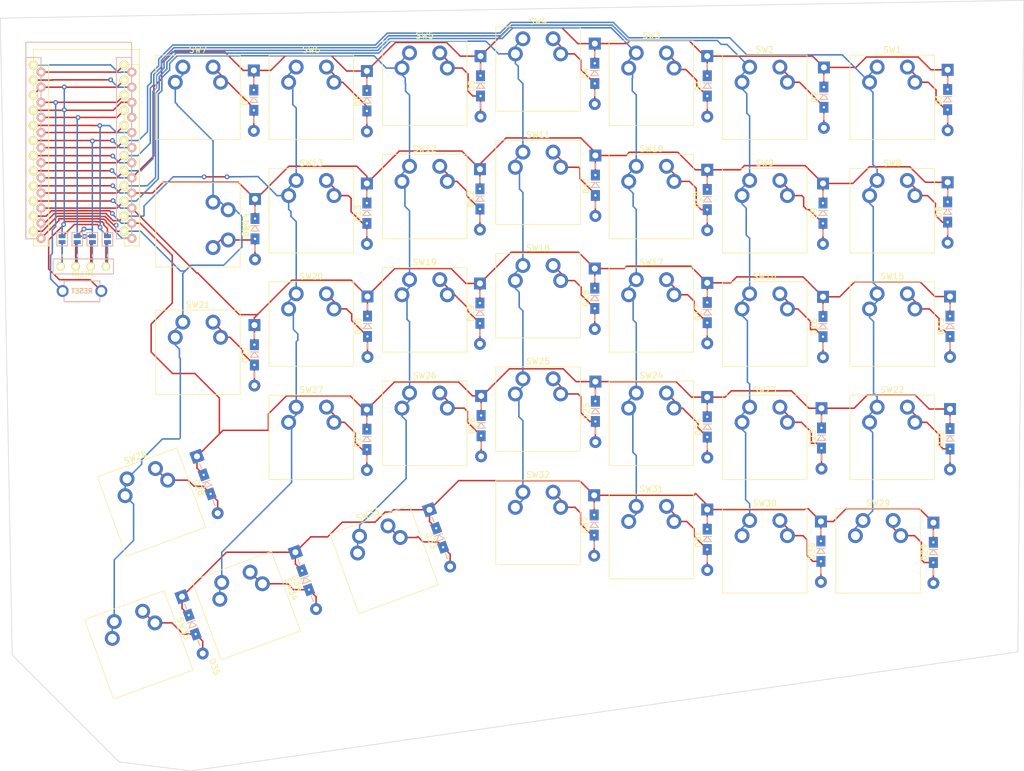
<source format=kicad_pcb>
(kicad_pcb (version 20221018) (generator pcbnew)
  (layers (0 "F.Cu" signal) (31 "B.Cu" signal) (34 "B.Paste" user) (35 "F.Paste" user) (36 "B.SilkS" user "B.Silkscreen") (37 "F.SilkS" user "F.Silkscreen") (38 "B.Mask" user) (39 "F.Mask" user) (44 "Edge.Cuts" user))
  (net 0 "")
  (net 1 "Net-(D1-A)")
  (net 2 "Row 0")
  (net 3 "Net-(D2-A)")
  (net 4 "Net-(D3-A)")
  (net 5 "Net-(D4-A)")
  (net 6 "Net-(D5-A)")
  (net 7 "Net-(D6-A)")
  (net 8 "Net-(D7-A)")
  (net 9 "Net-(D8-A)")
  (net 10 "Row 1")
  (net 11 "Net-(D9-A)")
  (net 12 "Net-(D10-A)")
  (net 13 "Net-(D11-A)")
  (net 14 "Net-(D12-A)")
  (net 15 "Net-(D13-A)")
  (net 16 "Net-(D14-A)")
  (net 17 "Net-(D15-A)")
  (net 18 "Row 2")
  (net 19 "Net-(D16-A)")
  (net 20 "Net-(D17-A)")
  (net 21 "Net-(D18-A)")
  (net 22 "Net-(D19-A)")
  (net 23 "Net-(D20-A)")
  (net 24 "Net-(D21-A)")
  (net 25 "Net-(D22-A)")
  (net 26 "Row 3")
  (net 27 "Net-(D23-A)")
  (net 28 "Net-(D24-A)")
  (net 29 "Net-(D25-A)")
  (net 30 "Net-(D26-A)")
  (net 31 "Net-(D27-A)")
  (net 32 "Net-(D28-A)")
  (net 33 "Net-(D29-A)")
  (net 34 "Row 4")
  (net 35 "Net-(D30-A)")
  (net 36 "Net-(D31-A)")
  (net 37 "Net-(D32-A)")
  (net 38 "Net-(D33-A)")
  (net 39 "Net-(D34-A)")
  (net 40 "Net-(D35-A)")
  (net 41 "Col 0")
  (net 42 "Col 1")
  (net 43 "Col 2")
  (net 44 "Col 3")
  (net 45 "Col 4")
  (net 46 "Col 5")
  (net 47 "Col 6")
  (net 48 "unconnected-(U1-TX0{slash}PD3-Pad1)")
  (net 49 "unconnected-(U1-RX1{slash}PD2-Pad2)")
  (net 50 "GND")
  (net 51 "SDA")
  (net 52 "SCL")
  (net 53 "unconnected-(U1-4{slash}PD4-Pad7)")
  (net 54 "unconnected-(U1-A3{slash}PF4-Pad20)")
  (net 55 "VCC")
  (net 56 "RST")
  (net 57 "unconnected-(U1-RAW-Pad24)")
  (net 58 "Net-(OLED1-P4)")
  (net 59 "Net-(OLED1-P3)")
  (net 60 "Net-(OLED1-P2)")
  (net 61 "Net-(OLED1-P1)")
  (footprint "Sigzil:MX_PCB_1.00u" (layer "F.Cu") (at 199.86471 130.1884)
    (fp_text reference "SW29")
    (fp_text value "Keyswitch")
  )
  (footprint "Sigzil:Diode_TH_SOD123" (layer "F.Cu") (at 209.15171 130.465 -90)
    (fp_text reference "D29")
    (fp_text value "Diode" hide)
  )
  (footprint "Sigzil:Jumper" (layer "F.Cu") (at 65.278 77.8256 90)
    (fp_text reference "JP3" hide)
    (fp_text value "~")
  )
  (footprint "Sigzil:MX_PCB_1.00u" (layer "F.Cu") (at 180.81511 73.0396)
    (fp_text reference "SW9")
    (fp_text value "Keyswitch")
  )
  (footprint "Sigzil:MX_PCB_1.00u" (layer "F.Cu") (at 180.81511 130.1884)
    (fp_text reference "SW30")
    (fp_text value "Keyswitch")
  )
  (footprint "Sigzil:Diode_TH_SOD123" (layer "F.Cu") (at 211.95171 92.465 -90)
    (fp_text reference "D15")
    (fp_text value "Diode" hide)
  )
  (footprint "Sigzil:MX_PCB_1.00u" (layer "F.Cu") (at 104.61671 111.1388)
    (fp_text reference "SW27")
    (fp_text value "Keyswitch")
  )
  (footprint "Sigzil:MX_PCB_1.00u" (layer "F.Cu") (at 161.76381 108.75755)
    (fp_text reference "SW24")
    (fp_text value "Keyswitch")
  )
  (footprint "Sigzil:Diode_TH_SOD123" (layer "F.Cu") (at 211.95171 111.365 -90)
    (fp_text reference "D22")
    (fp_text value "Diode" hide)
  )
  (footprint "Sigzil:MX_PCB_1.25u" (layer "F.Cu") (at 116.85 131.65 20)
    (fp_text reference "SW33")
    (fp_text value "Keyswitch")
  )
  (footprint "Sigzil:MX_PCB_1.00u" (layer "F.Cu") (at 104.61671 53.99)
    (fp_text reference "SW6")
    (fp_text value "Keyswitch")
  )
  (footprint "Sigzil:Diode_TH_SOD123" (layer "F.Cu") (at 95.05171 97.265 -90)
    (fp_text reference "D21")
    (fp_text value "Diode" hide)
  )
  (footprint "Sigzil:Diode_TH_SOD123" (layer "F.Cu") (at 152.25171 49.965 -90)
    (fp_text reference "D4")
    (fp_text value "Diode" hide)
  )
  (footprint "Sigzil:MX_PCB_1.00u" (layer "F.Cu") (at 142.71421 106.3763)
    (fp_text reference "SW25")
    (fp_text value "Keyswitch")
  )
  (footprint "Sigzil:MX_PCB_1.00u" (layer "F.Cu") (at 142.71421 125.4259)
    (fp_text reference "SW32")
    (fp_text value "Keyswitch")
  )
  (footprint "Sigzil:MX_PCB_1.25u" (layer "F.Cu") (at 202.24596 111.1388)
    (fp_text reference "SW22")
    (fp_text value "Keyswitch")
  )
  (footprint "Sigzil:MX_PCB_1.25u" (layer "F.Cu") (at 202.24546 73.0396)
    (fp_text reference "SW8")
    (fp_text value "Keyswitch")
  )
  (footprint "Sigzil:Diode_TH_SOD123" (layer "F.Cu") (at 152.35171 106.765 -90)
    (fp_text reference "D25")
    (fp_text value "Diode" hide)
  )
  (footprint "Sigzil:Jumper" (layer "F.Cu") (at 70.358 77.8256 90)
    (fp_text reference "JP1" hide)
    (fp_text value "~")
  )
  (footprint "Sigzil:Diode_TH_SOD123" (layer "F.Cu") (at 171.15171 128.265 -90)
    (fp_text reference "D31")
    (fp_text value "Diode" hide)
  )
  (footprint "Sigzil:Diode_TH_SOD123" (layer "F.Cu") (at 190.75171 53.965 -90)
    (fp_text reference "D2")
    (fp_text value "Diode" hide)
  )
  (footprint "Sigzil:Diode_TH_SOD123" (layer "F.Cu") (at 94.95171 54.465 -90)
    (fp_text reference "D7")
    (fp_text value "Diode" hide)
  )
  (footprint "Sigzil:MX_PCB_1.00u" (layer "F.Cu") (at 180.81511 111.1388)
    (fp_text reference "SW23")
    (fp_text value "Keyswitch")
  )
  (footprint "Sigzil:Diode_TH_SOD123" (layer "F.Cu") (at 171.15171 71.165 -90)
    (fp_text reference "D10")
    (fp_text value "Diode" hide)
  )
  (footprint "Sigzil:Diode_TH_SOD123" (layer "F.Cu") (at 211.55171 73.265 -90)
    (fp_text reference "D8")
    (fp_text value "Diode" hide)
  )
  (footprint "Sigzil:ProMicro" (layer "F.Cu") (at 66.73 63.32)
    (fp_text reference "U1" hide)
    (fp_text value "Arduino_Pro_Micro" hide)
  )
  (footprint "Sigzil:Diode_TH_SOD123" (layer "F.Cu") (at 171.15171 109.37245 -90)
    (fp_text reference "D24")
    (fp_text value "Diode" hide)
  )
  (footprint "Sigzil:Diode_TH_SOD123" (layer "F.Cu") (at 132.95171 90.265 -90)
    (fp_text reference "D19")
    (fp_text value "Diode" hide)
  )
  (footprint "Sigzil:TACT_SWITCH_TVBP06" (layer "F.Cu") (at 66.074 86.5326 180)
    (fp_text reference "RST_SW1" hide)
    (fp_text value "RST Switch" hide)
  )
  (footprint "Sigzil:MX_PCB_1.00u" (layer "F.Cu") (at 161.76381 51.60875)
    (fp_text reference "SW3")
    (fp_text value "Keyswitch")
  )
  (footprint "Sigzil:OLED_4Pin" (layer "F.Cu") (at 62.484 82.40522)
    (fp_text reference "OLED1")
    (fp_text value "~" hide)
  )
  (footprint "Sigzil:Diode_TH_SOD123" (layer "F.Cu") (at 133.05171 52.065 -90)
    (fp_text reference "D5")
    (fp_text value "Diode" hide)
  )
  (footprint "Sigzil:MX_PCB_1.00u" (layer "F.Cu") (at 123.66421 89.70795)
    (fp_text reference "SW19")
    (fp_text value "Keyswitch")
  )
  (footprint "Sigzil:Diode_TH_SOD123" (layer "F.Cu") (at 190.25171 130.265 -90)
    (fp_text reference "D30")
    (fp_text value "Diode" hide)
  )
  (footprint "Sigzil:MX_PCB_1.00u" (layer "F.Cu") (at 85.56711 53.99)
    (fp_text reference "SW7")
    (fp_text value "Keyswitch")
  )
  (footprint "Sigzil:Diode_TH_SOD123" (layer "F.Cu") (at 211.55171 54.365 -90)
    (fp_text reference "D1")
    (fp_text value "Diode" hide)
  )
  (footprint "Sigzil:Diode_TH_SOD123" (layer "F.Cu") (at 113.95171 54.565 -90)
    (fp_text reference "D6")
    (fp_text value "Diode" hide)
  )
  (footprint "Sigzil:Diode_TH_SOD123" (layer "F.Cu") (at 190.60171 92.515 -90)
    (fp_text reference "D16")
    (fp_text value "Diode" hide)
  )
  (footprint "Sigzil:MX_PCB_1.25u" (layer "F.Cu") (at 85.56421 75.42125 -90)
    (fp_text reference "SW14")
    (fp_text value "Keyswitch")
  )
  (footprint "Sigzil:Diode_TH_SOD123" (layer "F.Cu") (at 152.25171 87.765 -90)
    (fp_text reference "D18")
    (fp_text value "Diode" hide)
  )
  (footprint "Sigzil:MX_PCB_1.25u_90deg" (layer "F.Cu") (at 75.621605 145.995957 -70)
    (fp_text reference "SW35")
    (fp_text value "Keyswitch")
  )
  (footprint "Sigzil:MX_PCB_1.00u" (layer "F.Cu") (at 180.81511 92.0892)
    (fp_text reference "SW16")
    (fp_text value "Keyswitch")
  )
  (footprint "Sigzil:MX_PCB_1.00u" (layer "F.Cu") (at 161.76381 127.80715)
    (fp_text reference "SW31")
    (fp_text value "Keyswitch")
  )
  (footprint "Sigzil:MX_PCB_1.00u" (layer "F.Cu") (at 142.71421 68.2771)
    (fp_text reference "SW11")
    (fp_text value "Keyswitch")
  )
  (footprint "Sigzil:Diode_TH_SOD123" (layer "F.Cu") (at 84.6 142.6 -70)
    (fp_text reference "D35")
    (fp_text value "Diode" hide)
  )
  (footprint "Sigzil:MX_PCB_1.00u" (layer "F.Cu") (at 104.61671 73.0396)
    (fp_text reference "SW13")
    (fp_text value "Keyswitch")
  )
  (footprint "Sigzil:Diode_TH_SOD123" (layer "F.Cu") (at 132.95171 71.065 -90)
    (fp_text reference "D12")
    (fp_text value "Diode" hide)
  )
  (footprint "Sigzil:MX_PCB_1.00u" (layer "F.Cu") (at 123.66421 51.60875)
    (fp_text reference "SW5")
    (fp_text value "Keyswitch")
  )
  (footprint "Sigzil:Diode_TH_SOD123" (layer "F.Cu") (at 152.15171 125.865 -90)
    (fp_text reference "D32")
    (fp_text value "Diode" hide)
  )
  (footprint "Sigzil:MX_PCB_1.00u" (layer "F.Cu") (at 142.71421 49.2275)
    (fp_text reference "SW4")
    (fp_text value "Keyswitch")
  )
  (footprint "Sigzil:Diode_TH_SOD123" (layer "F.Cu") (at 95.15171 76.065 -90)
    (fp_text reference "D14")
    (fp_text value "Diode" hide)
  )
  (footprint "Sigzil:Diode_TH_SOD123" (layer "F.Cu") (at 171.15171 52.065 -90)
    (fp_text reference "D3")
    (fp_text value "Diode" hide)
  )
  (footprint "Sigzil:MX_PCB_1.00u" (layer "F.Cu") (at 123.66421 108.75755)
    (fp_text reference "SW26")
    (fp_text value "Keyswitch")
  )
  (footprint "Sigzil:MX_PCB_1.25u" (layer "F.Cu") (at 202.24596 92.0888)
    (fp_text reference "SW15")
    (fp_text value "Keyswitch")
  )
  (footprint "Sigzil:MX_PCB_1.25u_90deg" (layer "F.Cu") (at 93.687463 139.423638 -70)
    (fp_text reference "SW34")
    (fp_text value "Keyswitch")
  )
  (footprint "Sigzil:Diode_TH_SOD123" (layer "F.Cu") (at 133.15171 109.165 -90)
    (fp_text reference "D26")
    (fp_text value "Diode" hide)
  )
  (footprint "Sigzil:Diode_TH_SOD123" (layer "F.Cu") (at 113.95171 73.465 -90)
    (fp_text reference "D13")
    (fp_text value "Diode" hide)
  )
  (footprint "Sigzil:Diode_TH_SOD123" (layer "F.Cu") (at 126.181434 127.997477 -70)
    (fp_text reference "D33")
    (fp_text value "Diode" hide)
  )
  (footprint "Sigzil:Diode_TH_SOD123" (layer "F.Cu") (at 190.60171 73.465 -90)
    (fp_text reference "D9")
    (fp_text value "Diode" hide)
  )
  (footprint "Sigzil:Jumper" (layer "F.Cu") (at 67.818 77.8256 90)
    (fp_text reference "JP2" hide)
    (fp_text value "~")
  )
  (footprint "Sigzil:Diode_TH_SOD123" (layer "F.Cu") (at 113.95171 111.465 -90)
    (fp_text reference "D27")
    (fp_text value "Diode" hide)
  )
  (footprint "Sigzil:MX_PCB_1.00u" (layer "F.Cu") (at 77.773639 122.012538 20)
    (fp_text reference "SW28")
    (fp_text value "Keyswitch")
  )
  (footprint "Sigzil:MX_PCB_1.00u" (layer "F.Cu") (at 85.56421 96.8525)
    (fp_text reference "SW21")
    (fp_text value "Keyswitch")
  )
  (footprint "Sigzil:MX_PCB_1.00u" (layer "F.Cu") (at 104.61671 92.0892)
    (fp_text reference "SW20")
    (fp_text value "Keyswitch")
  )
  (footprint "Sigzil:MX_PCB_1.25u" (layer "F.Cu") (at 202.24546 53.99)
    (fp_text reference "SW1")
    (fp_text value "Keyswitch")
  )
  (footprint "Sigzil:Diode_TH_SOD123" (layer "F.Cu") (at 114.05171 92.465 -90)
    (fp_text reference "D20")
    (fp_text value "Diode" hide)
  )
  (footprint "Sigzil:Jumper" (layer "F.Cu") (at 62.738 77.8256 90)
    (fp_text reference "JP4" hide)
    (fp_text value "~")
  )
  (footprint "Sigzil:Diode_TH_SOD123" (layer "F.Cu") (at 103.649 135.1326 -70)
    (fp_text reference "D34")
    (fp_text value "Diode" hide)
  )
  (footprint "Sigzil:MX_PCB_1.00u" (layer "F.Cu") (at 142.71421 87.3267)
    (fp_text reference "SW18")
    (fp_text value "Keyswitch")
  )
  (footprint "Sigzil:MX_PCB_1.00u" (layer "F.Cu") (at 123.66421 70.65835)
    (fp_text reference "SW12")
    (fp_text value "Keyswitch")
  )
  (footprint "Sigzil:MX_PCB_1.00u" (layer "F.Cu") (at 180.81471 53.99)
    (fp_text reference "SW2")
    (fp_text value "Keyswitch")
  )
  (footprint "Sigzil:Diode_TH_SOD123" (layer "F.Cu") (at 171.15171 90.165 -90)
    (fp_text reference "D17")
    (fp_text value "Diode" hide)
  )
  (footprint "Sigzil:MX_PCB_1.00u" (layer "F.Cu") (at 161.76381 89.70795)
    (fp_text reference "SW17")
    (fp_text value "Keyswitch")
  )
  (footprint "Sigzil:Diode_TH_SOD123" (layer "F.Cu") (at 152.35171 68.765 -90)
    (fp_text reference "D11")
    (fp_text value "Diode" hide)
  )
  (footprint "Sigzil:Diode_TH_SOD123" (layer "F.Cu") (at 190.35206 111.2342 -90)
    (fp_text reference "D23")
    (fp_text value "Diode" hide)
  )
  (footprint "Sigzil:MX_PCB_1.00u" (layer "F.Cu") (at 161.76381 70.65835)
    (fp_text reference "SW10")
    (fp_text value "Keyswitch")
  )
  (footprint "Sigzil:Diode_TH_SOD123" (layer "F.Cu") (at 87.108892 119.028634 -70)
    (fp_text reference "D28")
    (fp_text value "Diode" hide)
  )
  (footprint "Sigzil:Jumper" (layer "B.Cu") (at 62.738 77.8256 90)
    (fp_text reference "JP8" hide)
    (fp_text value "~")
  )
  (footprint "Sigzil:Jumper" (layer "B.Cu") (at 65.278 77.8256 90)
    (fp_text reference "JP7" hide)
    (fp_text value "~")
  )
  (footprint "Sigzil:Jumper" (layer "B.Cu") (at 67.818 77.8256 90)
    (fp_text reference "JP6" hide)
    (fp_text value "~")
  )
  (footprint "Sigzil:Jumper" (layer "B.Cu") (at 70.358 77.8256 90)
    (fp_text reference "JP5" hide)
    (fp_text value "~")
  )
  (gr_poly (pts (xy 72.349 165.6826) (xy 54.349 147.6826) (xy 52.349 40.6826) (xy 224.349 37.6826) (xy 223.349 147.1826) (xy 84.349 167.1826)) (stroke (width 0.1)) (fill none) (layer "Edge.Cuts"))
  (segment (start 211.55171 56.065) (end 211.55171 59.52246) (width 0.25) (layer "F.Cu") (net 1))
  (segment (start 206.05546 51.45) (end 206.05546 52.26125) (width 0.25) (layer "F.Cu") (net 1))
  (segment (start 206.05546 50.18) (end 206.05546 51.45) (width 0.25) (layer "F.Cu") (net 1))
  (segment (start 209.60171 52.765) (end 209.60171 54.465) (width 0.25) (layer "F.Cu") (net 1))
  (segment (start 209.60171 54.465) (end 211.20171 56.065) (width 0.25) (layer "F.Cu") (net 1))
  (segment (start 208.28671 51.45) (end 209.60171 52.765) (width 0.25) (layer "F.Cu") (net 1))
  (segment (start 206.05546 51.45) (end 208.28671 51.45) (width 0.25) (layer "F.Cu") (net 1))
  (segment (start 211.55171 59.52246) (end 211.55425 59.525) (width 0.25) (layer "F.Cu") (net 1))
  (segment (start 204.78546 48.91) (end 206.05546 50.18) (width 0.25) (layer "F.Cu") (net 1))
  (segment (start 211.20171 56.065) (end 211.55171 56.065) (width 0.25) (layer "F.Cu") (net 1))
  (segment (start 188.85425 47.065) (end 190.75425 48.965) (width 0.25) (layer "F.Cu") (net 2))
  (segment (start 171.15425 47.065) (end 188.85425 47.065) (width 0.25) (layer "F.Cu") (net 2))
  (segment (start 97.80171 49.465) (end 100.30171 46.965) (width 0.25) (layer "F.Cu") (net 2))
  (segment (start 171.15171 47.06754) (end 171.15425 47.065) (width 0.25) (layer "F.Cu") (net 2))
  (segment (start 197.90171 47.215) (end 206.60171 47.215) (width 0.25) (layer "F.Cu") (net 2))
  (segment (start 168.10171 44.465) (end 170.70171 47.065) (width 0.25) (layer "F.Cu") (net 2))
  (segment (start 78.15 52.2) (end 78.15 63.82456) (width 0.25) (layer "F.Cu") (net 2))
  (segment (start 81.3 46.35) (end 79.45 48.2) (width 0.25) (layer "F.Cu") (net 2))
  (segment (start 170.70171 47.065) (end 171.15425 47.065) (width 0.25) (layer "F.Cu") (net 2))
  (segment (start 100.30171 46.965) (end 107.95171 46.965) (width 0.25) (layer "F.Cu") (net 2))
  (segment (start 93.165 49.465) (end 90.05 46.35) (width 0.25) (layer "F.Cu") (net 2))
  (segment (start 133.05425 47.065) (end 137.91925 42.2) (width 0.25) (layer "F.Cu") (net 2))
  (segment (start 78.15 63.82456) (end 74.448815 67.525745) (width 0.25) (layer "F.Cu") (net 2))
  (segment (start 113.95425 49.565) (end 118.75425 44.765) (width 0.25) (layer "F.Cu") (net 2))
  (segment (start 94.95425 49.465) (end 93.165 49.465) (width 0.25) (layer "F.Cu") (net 2))
  (segment (start 113.95171 52.865) (end 113.95171 49.56754) (width 0.25) (layer "F.Cu") (net 2))
  (segment (start 127.35171 44.765) (end 129.65171 47.065) (width 0.25) (layer "F.Cu") (net 2))
  (segment (start 79.45 50.9) (end 78.15 52.2) (width 0.25) (layer "F.Cu") (net 2))
  (segment (start 133.05171 50.365) (end 133.05171 47.06754) (width 0.25) (layer "F.Cu") (net 2))
  (segment (start 157.66296 44.95375) (end 158.15171 44.465) (width 0.25) (layer "F.Cu") (net 2))
  (segment (start 158.15171 44.465) (end 168.10171 44.465) (width 0.25) (layer "F.Cu") (net 2))
  (segment (start 107.95171 46.965) (end 110.55171 49.565) (width 0.25) (layer "F.Cu") (net 2))
  (segment (start 110.55171 49.565) (end 113.95425 49.565) (width 0.25) (layer "F.Cu") (net 2))
  (segment (start 137.91925 42.2) (end 146.65 42.2) (width 0.25) (layer "F.Cu") (net 2))
  (segment (start 211.55171 49.36754) (end 211.55425 49.365) (width 0.25) (layer "F.Cu") (net 2))
  (segment (start 94.95171 52.765) (end 94.95171 49.46754) (width 0.25) (layer "F.Cu") (net 2))
  (segment (start 133.05171 47.06754) (end 133.05425 47.065) (width 0.25) (layer "F.Cu") (net 2))
  (segment (start 208.75171 49.365) (end 211.55425 49.365) (width 0.25) (layer "F.Cu") (net 2))
  (segment (start 152.2655 44.95375) (end 157.66296 44.95375) (width 0.25) (layer "F.Cu") (net 2))
  (segment (start 57.91 66.33) (end 71.07 66.33) (width 0.25) (layer "F.Cu") (net 2))
  (segment (start 171.15171 50.365) (end 171.15171 47.06754) (width 0.25) (layer "F.Cu") (net 2))
  (segment (start 79.45 48.2) (end 79.45 50.9) (width 0.25) (layer "F.Cu") (net 2))
  (segment (start 152.25171 44.96754) (end 152.25425 44.965) (width 0.25) (layer "F.Cu") (net 2))
  (segment (start 146.65 42.2) (end 149.415 44.965) (width 0.25) (layer "F.Cu") (net 2))
  (segment (start 190.75171 52.265) (end 190.75171 48.96754) (width 0.25) (layer "F.Cu") (net 2))
  (segment (start 71.07 66.33) (end 71.1 66.3) (width 0.25) (layer "F.Cu") (net 2))
  (segment (start 190.75171 48.96754) (end 190.75425 48.965) (width 0.25) (layer "F.Cu") (net 2))
  (segment (start 211.55171 52.665) (end 211.55171 49.36754) (width 0.25) (layer "F.Cu") (net 2))
  (segment (start 129.65171 47.065) (end 133.05425 47.065) (width 0.25) (layer "F.Cu") (net 2))
  (segment (start 190.75425 48.965) (end 196.15171 48.965) (width 0.25) (layer "F.Cu") (net 2))
  (segment (start 149.415 44.965) (end 152.25425 44.965) (width 0.25) (layer "F.Cu") (net 2))
  (segment (start 196.15171 48.965) (end 197.90171 47.215) (width 0.25) (layer "F.Cu") (net 2))
  (segment (start 113.95171 49.56754) (end 113.95425 49.565) (width 0.25) (layer "F.Cu") (net 2))
  (segment (start 152.25171 48.265) (end 152.25171 44.96754) (width 0.25) (layer "F.Cu") (net 2))
  (segment (start 94.95171 49.46754) (end 94.95425 49.465) (width 0.25) (layer "F.Cu") (net 2))
  (segment (start 90.05 46.35) (end 81.3 46.35) (width 0.25) (layer "F.Cu") (net 2))
  (segment (start 206.60171 47.215) (end 208.75171 49.365) (width 0.25) (layer "F.Cu") (net 2))
  (segment (start 94.95425 49.465) (end 97.80171 49.465) (width 0.25) (layer "F.Cu") (net 2))
  (segment (start 118.75425 44.765) (end 127.35171 44.765) (width 0.25) (layer "F.Cu") (net 2))
  (segment (start 152.25425 44.965) (end 152.2655 44.95375) (width 0.25) (layer "F.Cu") (net 2))
  (via (at 71.1 66.3) (size 0.8) (drill 0.4) (layers "F.Cu" "B.Cu") (net 2))
  (segment (start 74.448815 67.525745) (end 72.325745 67.525745) (width 0.25) (layer "B.Cu") (net 2))
  (segment (start 72.325745 67.525745) (end 71.1 66.3) (width 0.25) (layer "B.Cu") (net 2))
  (segment (start 190.75171 55.665) (end 190.75171 55.55171) (width 0.25) (layer "F.Cu") (net 3))
  (segment (start 183.35471 48.91) (end 184.62471 50.18) (width 0.25) (layer "F.Cu") (net 3))
  (segment (start 184.62471 50.18) (end 184.62471 51.45) (width 0.25) (layer "F.Cu") (net 3))
  (segment (start 190.75425 55.66754) (end 190.75171 55.665) (width 0.25) (layer "F.Cu") (net 3))
  (segment (start 190.75171 55.55171) (end 186.65 51.45) (width 0.25) (layer "F.Cu") (net 3))
  (segment (start 186.65 51.45) (end 184.62471 51.45) (width 0.25) (layer "F.Cu") (net 3))
  (segment (start 190.75425 59.125) (end 190.75425 55.66754) (width 0.25) (layer "F.Cu") (net 3))
  (segment (start 171.15425 53.76754) (end 171.15171 53.765) (width 0.25) (layer "F.Cu") (net 4))
  (segment (start 169.40171 52.215) (end 169.40171 51.165) (width 0.25) (layer "F.Cu") (net 4))
  (segment (start 165.82006 49.315) (end 165.57381 49.06875) (width 0.25) (layer "F.Cu") (net 4))
  (segment (start 165.57381 47.79875) (end 165.57381 49.06875) (width 0.25) (layer "F.Cu") (net 4))
  (segment (start 169.40171 51.165) (end 167.55171 49.315) (width 0.25) (layer "F.Cu") (net 4))
  (segment (start 164.30381 46.52875) (end 165.57381 47.79875) (width 0.25) (layer "F.Cu") (net 4))
  (segment (start 171.15425 57.225) (end 171.15425 53.76754) (width 0.25) (layer "F.Cu") (net 4))
  (segment (start 169.60171 52.215) (end 169.40171 52.215) (width 0.25) (layer "F.Cu") (net 4))
  (segment (start 171.15171 53.765) (end 169.60171 52.215) (width 0.25) (layer "F.Cu") (net 4))
  (segment (start 167.55171 49.315) (end 165.82006 49.315) (width 0.25) (layer "F.Cu") (net 4))
  (segment (start 152.25171 51.665) (end 149.90171 49.315) (width 0.25) (layer "F.Cu") (net 5))
  (segment (start 149.90171 49.315) (end 149.90171 47.765) (width 0.25) (layer "F.Cu") (net 5))
  (segment (start 146.52421 45.4175) (end 146.52421 46.6875) (width 0.25) (layer "F.Cu") (net 5))
  (segment (start 152.25425 55.125) (end 152.25425 51.66754) (width 0.25) (layer "F.Cu") (net 5))
  (segment (start 152.25425 51.66754) (end 152.25171 51.665) (width 0.25) (layer "F.Cu") (net 5))
  (segment (start 149.90171 47.765) (end 148.82421 46.6875) (width 0.25) (layer "F.Cu") (net 5))
  (segment (start 145.25421 44.1475) (end 146.52421 45.4175) (width 0.25) (layer "F.Cu") (net 5))
  (segment (start 148.82421 46.6875) (end 146.52421 46.6875) (width 0.25) (layer "F.Cu") (net 5))
  (segment (start 126.20421 46.52875) (end 127.47421 47.79875) (width 0.25) (layer "F.Cu") (net 6))
  (segment (start 133.05425 53.76754) (end 133.05171 53.765) (width 0.25) (layer "F.Cu") (net 6))
  (segment (start 133.05425 57.225) (end 133.05425 53.76754) (width 0.25) (layer "F.Cu") (net 6))
  (segment (start 133.05171 53.765) (end 131.75171 53.765) (width 0.25) (layer "F.Cu") (net 6))
  (segment (start 127.47421 47.79875) (end 127.47421 49.06875) (width 0.25) (layer "F.Cu") (net 6))
  (segment (start 131.75171 53.765) (end 130.95171 52.965) (width 0.25) (layer "F.Cu") (net 6))
  (segment (start 130.95171 50.065) (end 129.95546 49.06875) (width 0.25) (layer "F.Cu") (net 6))
  (segment (start 130.95171 52.965) (end 130.95171 50.065) (width 0.25) (layer "F.Cu") (net 6))
  (segment (start 129.95546 49.06875) (end 127.47421 49.06875) (width 0.25) (layer "F.Cu") (net 6))
  (segment (start 108.42671 50.18) (end 108.42671 51.45) (width 0.25) (layer "F.Cu") (net 7))
  (segment (start 113.95425 56.26754) (end 113.95171 56.265) (width 0.25) (layer "F.Cu") (net 7))
  (segment (start 109.88671 51.45) (end 113.95171 55.515) (width 0.25) (layer "F.Cu") (net 7))
  (segment (start 113.95425 59.725) (end 113.95425 56.26754) (width 0.25) (layer "F.Cu") (net 7))
  (segment (start 108.42671 51.45) (end 109.88671 51.45) (width 0.25) (layer "F.Cu") (net 7))
  (segment (start 113.95171 55.515) (end 113.95171 56.265) (width 0.25) (layer "F.Cu") (net 7))
  (segment (start 107.15671 48.91) (end 108.42671 50.18) (width 0.25) (layer "F.Cu") (net 7))
  (segment (start 94.95425 56.16754) (end 94.95171 56.165) (width 0.25) (layer "F.Cu") (net 8))
  (segment (start 94.95171 55.815) (end 94.95171 56.165) (width 0.25) (layer "F.Cu") (net 8))
  (segment (start 90.58671 51.45) (end 94.95171 55.815) (width 0.25) (layer "F.Cu") (net 8))
  (segment (start 89.37711 51.45) (end 90.58671 51.45) (width 0.25) (layer "F.Cu") (net 8))
  (segment (start 94.95425 59.625) (end 94.95425 56.16754) (width 0.25) (layer "F.Cu") (net 8))
  (segment (start 88.10711 48.91) (end 89.37711 50.18) (width 0.25) (layer "F.Cu") (net 8))
  (segment (start 89.37711 50.18) (end 89.37711 51.45) (width 0.25) (layer "F.Cu") (net 8))
  (segment (start 211.55171 78.42246) (end 211.55425 78.425) (width 0.25) (layer "F.Cu") (net 9))
  (segment (start 204.78546 67.9596) (end 206.05546 69.2296) (width 0.25) (layer "F.Cu") (net 9))
  (segment (start 211.55171 74.965) (end 211.55171 78.42246) (width 0.25) (layer "F.Cu") (net 9))
  (segment (start 208.18631 70.4996) (end 209.50171 71.815) (width 0.25) (layer "F.Cu") (net 9))
  (segment (start 206.05546 70.4996) (end 208.18631 70.4996) (width 0.25) (layer "F.Cu") (net 9))
  (segment (start 206.05546 69.2296) (end 206.05546 70.4996) (width 0.25) (layer "F.Cu") (net 9))
  (segment (start 210.65171 74.965) (end 211.55171 74.965) (width 0.25) (layer "F.Cu") (net 9))
  (segment (start 209.50171 71.815) (end 209.50171 73.815) (width 0.25) (layer "F.Cu") (net 9))
  (segment (start 209.50171 73.815) (end 210.65171 74.965) (width 0.25) (layer "F.Cu") (net 9))
  (segment (start 211.55425 71.56246) (end 211.55171 71.565) (width 0.25) (layer "F.Cu") (net 10))
  (segment (start 152.35171 67.065) (end 152.35171 63.76754) (width 0.25) (layer "F.Cu") (net 10))
  (segment (start 113.95425 67.26754) (end 113.95425 68.465) (width 0.25) (layer "F.Cu") (net 10))
  (segment (start 119.40425 63.015) (end 129.90425 63.015) (width 0.25) (layer "F.Cu") (net 10))
  (segment (start 79.75 68.25) (end 92.33925 68.25) (width 0.25) (layer "F.Cu") (net 10))
  (segment (start 95.15171 74.365) (end 95.15171 71.06754) (width 0.25) (layer "F.Cu") (net 10))
  (segment (start 171.15425 66.165) (end 176.70171 66.165) (width 0.25) (layer "F.Cu") (net 10))
  (segment (start 171.15171 66.16754) (end 171.15425 66.165) (width 0.25) (layer "F.Cu") (net 10))
  (segment (start 152.35425 63.26754) (end 149.90171 60.815) (width 0.25) (layer "F.Cu") (net 10))
  (segment (start 132.95425 65.21246) (end 132.95425 66.065) (width 0.25) (layer "F.Cu") (net 10))
  (segment (start 149.90171 60.815) (end 137.35171 60.815) (width 0.25) (layer "F.Cu") (net 10))
  (segment (start 113.95171 71.765) (end 113.95171 68.46754) (width 0.25) (layer "F.Cu") (net 10))
  (segment (start 137.35171 60.815) (end 132.95425 65.21246) (width 0.25) (layer "F.Cu") (net 10))
  (segment (start 95.15171 71.06754) (end 95.15425 71.065) (width 0.25) (layer "F.Cu") (net 10))
  (segment (start 177.40171 65.465) (end 187.60425 65.465) (width 0.25) (layer "F.Cu") (net 10))
  (segment (start 195.60171 68.465) (end 198.40171 65.665) (width 0.25) (layer "F.Cu") (net 10))
  (segment (start 166.20171 63.215) (end 169.15171 66.165) (width 0.25) (layer "F.Cu") (net 10))
  (segment (start 187.60425 65.465) (end 190.60425 68.465) (width 0.25) (layer "F.Cu") (net 10))
  (segment (start 92.33925 68.25) (end 95.15425 71.065) (width 0.25) (layer "F.Cu") (net 10))
  (segment (start 211.55425 68.265) (end 211.55425 71.56246) (width 0.25) (layer "F.Cu") (net 10))
  (segment (start 77.934255 70.065745) (end 79.75 68.25) (width 0.25) (layer "F.Cu") (net 10))
  (segment (start 113.95425 68.465) (end 119.40425 63.015) (width 0.25) (layer "F.Cu") (net 10))
  (segment (start 132.95171 66.06754) (end 132.95425 66.065) (width 0.25) (layer "F.Cu") (net 10))
  (segment (start 152.35425 63.765) (end 157.50171 63.765) (width 0.25) (layer "F.Cu") (net 10))
  (segment (start 71.25 68.85) (end 71.23 68.87) (width 0.25) (layer "F.Cu") (net 10))
  (segment (start 112.25171 65.565) (end 113.95425 67.26754) (width 0.25) (layer "F.Cu") (net 10))
  (segment (start 190.60171 71.765) (end 190.60171 68.46754) (width 0.25) (layer "F.Cu") (net 10))
  (segment (start 74.448815 70.065745) (end 77.934255 70.065745) (width 0.25) (layer "F.Cu") (net 10))
  (segment (start 176.70171 66.165) (end 177.40171 65.465) (width 0.25) (layer "F.Cu") (net 10))
  (segment (start 95.35171 71.065) (end 100.85171 65.565) (width 0.25) (layer "F.Cu") (net 10))
  (segment (start 129.90425 63.015) (end 132.95425 66.065) (width 0.25) (layer "F.Cu") (net 10))
  (segment (start 207.80171 68.265) (end 211.55425 68.265) (width 0.25) (layer "F.Cu") (net 10))
  (segment (start 171.15171 69.465) (end 171.15171 66.16754) (width 0.25) (layer "F.Cu") (net 10))
  (segment (start 152.35171 63.76754) (end 152.35425 63.765) (width 0.25) (layer "F.Cu") (net 10))
  (segment (start 113.95171 68.46754) (end 113.95425 68.465) (width 0.25) (layer "F.Cu") (net 10))
  (segment (start 169.15171 66.165) (end 171.15425 66.165) (width 0.25) (layer "F.Cu") (net 10))
  (segment (start 190.60171 68.46754) (end 190.60425 68.465) (width 0.25) (layer "F.Cu") (net 10))
  (segment (start 190.60425 68.465) (end 195.60171 68.465) (width 0.25) (layer "F.Cu") (net 10))
  (segment (start 132.95171 69.365) (end 132.95171 66.06754) (width 0.25) (layer "F.Cu") (net 10))
  (segment (start 158.05171 63.215) (end 166.20171 63.215) (width 0.25) (layer "F.Cu") (net 10))
  (segment (start 157.50171 63.765) (end 158.05171 63.215) (width 0.25) (layer "F.Cu") (net 10))
  (segment (start 152.35425 63.765) (end 152.35425 63.26754) (width 0.25) (layer "F.Cu") (net 10))
  (segment (start 95.15425 71.065) (end 95.35171 71.065) (width 0.25) (layer "F.Cu") (net 10))
  (segment (start 205.20171 65.665) (end 207.80171 68.265) (width 0.25) (layer "F.Cu") (net 10))
  (segment (start 100.85171 65.565) (end 112.25171 65.565) (width 0.25) (layer "F.Cu") (net 10))
  (segment (start 198.40171 65.665) (end 205.20171 65.665) (width 0.25) (layer "F.Cu") (net 10))
  (segment (start 57.91 68.87) (end 71.25 68.85) (width 0.25) (layer "F.Cu") (net 10))
  (via (at 71.25 68.85) (size 0.8) (drill 0.4) (layers "F.Cu" "B.Cu") (net 10))
  (segment (start 74.448815 70.065745) (end 72.465745 70.065745) (width 0.25) (layer "B.Cu") (net 10))
  (segment (start 72.465745 70.065745) (end 71.25 68.85) (width 0.25) (layer "B.Cu") (net 10))
  (segment (start 187.35171 72.315) (end 187.35171 70.815) (width 0.25) (layer "F.Cu") (net 11))
  (segment (start 187.90171 72.865) (end 187.35171 72.315) (width 0.25) (layer "F.Cu") (net 11))
  (segment (start 184.62511 69.2296) (end 184.62511 70.4996) (width 0.25) (layer "F.Cu") (net 11))
  (segment (start 190.60425 78.625) (end 190.60425 75.16754) (width 0.25) (layer "F.Cu") (net 11))
  (segment (start 187.35171 70.815) (end 187.03631 70.4996) (width 0.25) (layer "F.Cu") (net 11))
  (segment (start 190.60425 75.16754) (end 190.60171 75.165) (width 0.25) (layer "F.Cu") (net 11))
  (segment (start 187.03631 70.4996) (end 184.62511 70.4996) (width 0.25) (layer "F.Cu") (net 11))
  (segment (start 183.35511 67.9596) (end 184.62511 69.2296) (width 0.25) (layer "F.Cu") (net 11))
  (segment (start 190.60171 75.165) (end 188.30171 72.865) (width 0.25) (layer "F.Cu") (net 11))
  (segment (start 188.30171 72.865) (end 187.90171 72.865) (width 0.25) (layer "F.Cu") (net 11))
  (segment (start 169.30171 72.015) (end 170.15171 72.865) (width 0.25) (layer "F.Cu") (net 12))
  (segment (start 165.57381 66.84835) (end 165.57381 68.11835) (width 0.25) (layer "F.Cu") (net 12))
  (segment (start 171.15425 76.325) (end 171.15425 72.86754) (width 0.25) (layer "F.Cu") (net 12))
  (segment (start 168.15506 68.11835) (end 169.30171 69.265) (width 0.25) (layer "F.Cu") (net 12))
  (segment (start 170.15171 72.865) (end 171.15171 72.865) (width 0.25) (layer "F.Cu") (net 12))
  (segment (start 165.57381 68.11835) (end 168.15506 68.11835) (width 0.25) (layer "F.Cu") (net 12))
  (segment (start 169.30171 69.265) (end 169.30171 72.015) (width 0.25) (layer "F.Cu") (net 12))
  (segment (start 164.30381 65.57835) (end 165.57381 66.84835) (width 0.25) (layer "F.Cu") (net 12))
  (segment (start 171.15425 72.86754) (end 171.15171 72.865) (width 0.25) (layer "F.Cu") (net 12))
  (segment (start 152.35171 70.265) (end 149.75171 67.665) (width 0.25) (layer "F.Cu") (net 13))
  (segment (start 152.35171 70.465) (end 152.35171 70.265) (width 0.25) (layer "F.Cu") (net 13))
  (segment (start 146.52421 64.4671) (end 146.52421 65.7371) (width 0.25) (layer "F.Cu") (net 13))
  (segment (start 149.75171 67.665) (end 149.75171 65.965) (width 0.25) (layer "F.Cu") (net 13))
  (segment (start 152.35425 70.46754) (end 152.35171 70.465) (width 0.25) (layer "F.Cu") (net 13))
  (segment (start 149.75171 65.965) (end 149.52381 65.7371) (width 0.25) (layer "F.Cu") (net 13))
  (segment (start 149.52381 65.7371) (end 146.52421 65.7371) (width 0.25) (layer "F.Cu") (net 13))
  (segment (start 145.25421 63.1971) (end 146.52421 64.4671) (width 0.25) (layer "F.Cu") (net 13))
  (segment (start 152.35425 73.925) (end 152.35425 70.46754) (width 0.25) (layer "F.Cu") (net 13))
  (segment (start 130.75171 70.565) (end 130.75171 69.765) (width 0.25) (layer "F.Cu") (net 14))
  (segment (start 132.95171 72.765) (end 130.75171 70.565) (width 0.25) (layer "F.Cu") (net 14))
  (segment (start 127.47421 66.84835) (end 127.47421 68.11835) (width 0.25) (layer "F.Cu") (net 14))
  (segment (start 132.95425 72.76754) (end 132.95171 72.765) (width 0.25) (layer "F.Cu") (net 14))
  (segment (start 132.95425 76.225) (end 132.95425 72.76754) (width 0.25) (layer "F.Cu") (net 14))
  (segment (start 130.75171 69.765) (end 129.10506 68.11835) (width 0.25) (layer "F.Cu") (net 14))
  (segment (start 126.20421 65.57835) (end 127.47421 66.84835) (width 0.25) (layer "F.Cu") (net 14))
  (segment (start 129.10506 68.11835) (end 127.47421 68.11835) (width 0.25) (layer "F.Cu") (net 14))
  (segment (start 113.95425 75.16754) (end 113.95171 75.165) (width 0.25) (layer "F.Cu") (net 15))
  (segment (start 113.95171 75.165) (end 113.265 75.165) (width 0.25) (layer "F.Cu") (net 15))
  (segment (start 108.42671 69.2296) (end 108.42671 70.4996) (width 0.25) (layer "F.Cu") (net 15))
  (segment (start 113.95425 78.625) (end 113.95425 75.16754) (width 0.25) (layer "F.Cu") (net 15))
  (segment (start 107.15671 67.9596) (end 108.42671 69.2296) (width 0.25) (layer "F.Cu") (net 15))
  (segment (start 111.3028 73.2028) (end 111.3028 70.9676) (width 0.25) (layer "F.Cu") (net 15))
  (segment (start 110.8348 70.4996) (end 108.42671 70.4996) (width 0.25) (layer "F.Cu") (net 15))
  (segment (start 111.3028 70.9676) (end 110.8348 70.4996) (width 0.25) (layer "F.Cu") (net 15))
  (segment (start 113.265 75.165) (end 111.3028 73.2028) (width 0.25) (layer "F.Cu") (net 15))
  (segment (start 88.10421 79.23125) (end 89.37421 77.96125) (width 0.25) (layer "F.Cu") (net 16))
  (segment (start 95.15425 81.225) (end 95.15425 77.76754) (width 0.25) (layer "F.Cu") (net 16))
  (segment (start 90.64421 77.96125) (end 94.95546 77.96125) (width 0.25) (layer "F.Cu") (net 16))
  (segment (start 95.15425 77.76754) (end 95.15171 77.765) (width 0.25) (layer "F.Cu") (net 16))
  (segment (start 89.37421 77.96125) (end 90.64421 77.96125) (width 0.25) (layer "F.Cu") (net 16))
  (segment (start 94.95546 77.96125) (end 95.15171 77.765) (width 0.25) (layer "F.Cu") (net 16))
  (segment (start 210.10171 91.165) (end 210.10171 93.165) (width 0.25) (layer "F.Cu") (net 17))
  (segment (start 206.05596 88.2788) (end 206.05596 89.5488) (width 0.25) (layer "F.Cu") (net 17))
  (segment (start 210.95171 93.165) (end 211.95171 94.165) (width 0.25) (layer "F.Cu") (net 17))
  (segment (start 210.10171 93.165) (end 210.95171 93.165) (width 0.25) (layer "F.Cu") (net 17))
  (segment (start 204.78596 87.0088) (end 206.05596 88.2788) (width 0.25) (layer "F.Cu") (net 17))
  (segment (start 211.95171 94.165) (end 211.95171 97.62246) (width 0.25) (layer "F.Cu") (net 17))
  (segment (start 208.48551 89.5488) (end 210.10171 91.165) (width 0.25) (layer "F.Cu") (net 17))
  (segment (start 206.05596 89.5488) (end 208.48551 89.5488) (width 0.25) (layer "F.Cu") (net 17))
  (segment (start 211.95171 97.62246) (end 211.95425 97.625) (width 0.25) (layer "F.Cu") (net 17))
  (segment (start 114.05171 87.46754) (end 114.05425 87.465) (width 0.25) (layer "F.Cu") (net 18))
  (segment (start 209.40171 87.465) (end 211.95425 87.465) (width 0.25) (layer "F.Cu") (net 18))
  (segment (start 168.35425 82.365) (end 171.15425 85.165) (width 0.25) (layer "F.Cu") (net 18))
  (segment (start 157.20171 82.765) (end 157.60171 82.365) (width 0.25) (layer "F.Cu") (net 18))
  (segment (start 114.05171 90.765) (end 114.05171 87.46754) (width 0.25) (layer "F.Cu") (net 18))
  (segment (start 187.25425 84.165) (end 190.60425 87.515) (width 0.25) (layer "F.Cu") (net 18))
  (segment (start 71.29 71.41) (end 71.3 71.4) (width 0.25) (layer "F.Cu") (net 18))
  (segment (start 95.05425 92.265) (end 95.05425 91.01551) (width 0.25) (layer "F.Cu") (net 18))
  (segment (start 190.60425 87.515) (end 193.40171 87.515) (width 0.25) (layer "F.Cu") (net 18))
  (segment (start 152.25171 82.76754) (end 152.25425 82.765) (width 0.25) (layer "F.Cu") (net 18))
  (segment (start 211.95425 90.76246) (end 211.95171 90.765) (width 0.25) (layer "F.Cu") (net 18))
  (segment (start 85.34307 83.5) (end 85.5 83.5) (width 0.25) (layer "F.Cu") (net 18))
  (segment (start 211.95425 87.465) (end 211.95425 90.76246) (width 0.25) (layer "F.Cu") (net 18))
  (segment (start 95.05171 95.565) (end 95.05171 92.26754) (width 0.25) (layer "F.Cu") (net 18))
  (segment (start 85.5 83.5) (end 92.50988 90.50988) (width 0.25) (layer "F.Cu") (net 18))
  (segment (start 152.25425 82.765) (end 157.20171 82.765) (width 0.25) (layer "F.Cu") (net 18))
  (segment (start 95.05171 92.26754) (end 95.05425 92.265) (width 0.25) (layer "F.Cu") (net 18))
  (segment (start 128.10171 82.765) (end 130.60171 85.265) (width 0.25) (layer "F.Cu") (net 18))
  (segment (start 193.40171 87.515) (end 195.90171 85.015) (width 0.25) (layer "F.Cu") (net 18))
  (segment (start 130.60171 85.265) (end 132.95425 85.265) (width 0.25) (layer "F.Cu") (net 18))
  (segment (start 57.91 71.41) (end 71.29 71.41) (width 0.25) (layer "F.Cu") (net 18))
  (segment (start 176.10171 84.165) (end 187.25425 84.165) (width 0.25) (layer "F.Cu") (net 18))
  (segment (start 152.25171 86.065) (end 152.25171 82.76754) (width 0.25) (layer "F.Cu") (net 18))
  (segment (start 114.05425 87.465) (end 114.05425 87.36246) (width 0.25) (layer "F.Cu") (net 18))
  (segment (start 195.90171 85.015) (end 206.95171 85.015) (width 0.25) (layer "F.Cu") (net 18))
  (segment (start 190.60425 87.515) (end 190.60425 90.81246) (width 0.25) (layer "F.Cu") (net 18))
  (segment (start 138.20425 80.015) (end 149.50425 80.015) (width 0.25) (layer "F.Cu") (net 18))
  (segment (start 175.10171 85.165) (end 176.10171 84.165) (width 0.25) (layer "F.Cu") (net 18))
  (segment (start 171.15171 85.16754) (end 171.15425 85.165) (width 0.25) (layer "F.Cu") (net 18))
  (segment (start 132.95171 85.26754) (end 132.95425 85.265) (width 0.25) (layer "F.Cu") (net 18))
  (segment (start 114.05425 87.36246) (end 118.65171 82.765) (width 0.25) (layer "F.Cu") (net 18))
  (segment (start 71.35 71.35) (end 71.35 71.35) (width 0.25) (layer "F.Cu") (net 18))
  (segment (start 132.95171 88.565) (end 132.95171 85.26754) (width 0.25) (layer "F.Cu") (net 18))
  (segment (start 92.50988 90.50988) (end 95.55988 90.50988) (width 0.25) (layer "F.Cu") (net 18))
  (segment (start 101.35476 84.715) (end 111.30425 84.715) (width 0.25) (layer "F.Cu") (net 18))
  (segment (start 206.95171 85.015) (end 209.40171 87.465) (width 0.25) (layer "F.Cu") (net 18))
  (segment (start 171.15171 88.465) (end 171.15171 85.16754) (width 0.25) (layer "F.Cu") (net 18))
  (segment (start 95.05425 91.01551) (end 95.55988 90.50988) (width 0.25) (layer "F.Cu") (net 18))
  (segment (start 74.448815 72.605745) (end 85.34307 83.5) (width 0.25) (layer "F.Cu") (net 18))
  (segment (start 118.65171 82.765) (end 128.10171 82.765) (width 0.25) (layer "F.Cu") (net 18))
  (segment (start 111.30425 84.715) (end 114.05425 87.465) (width 0.25) (layer "F.Cu") (net 18))
  (segment (start 95.55988 90.50988) (end 101.35476 84.715) (width 0.25) (layer "F.Cu") (net 18))
  (segment (start 190.60425 90.81246) (end 190.60171 90.815) (width 0.25) (layer "F.Cu") (net 18))
  (segment (start 71.3 71.4) (end 71.3 71.35) (width 0.25) (layer "F.Cu") (net 18))
  (segment (start 171.15425 85.165) (end 175.10171 85.165) (width 0.25) (layer "F.Cu") (net 18))
  (segment (start 157.60171 82.365) (end 168.35425 82.365) (width 0.25) (layer "F.Cu") (net 18))
  (segment (start 149.50425 80.015) (end 152.25425 82.765) (width 0.25) (layer "F.Cu") (net 18))
  (segment (start 71.3 71.35) (end 71.35 71.35) (width 0.25) (layer "F.Cu") (net 18))
  (segment (start 132.95425 85.265) (end 138.20425 80.015) (width 0.25) (layer "F.Cu") (net 18))
  (via (at 71.3 71.35) (size 0.8) (drill 0.4) (layers "F.Cu" "B.Cu") (net 18))
  (segment (start 72.555745 72.605745) (end 71.3 71.35) (width 0.25) (layer "B.Cu") (net 18))
  (segment (start 74.448815 72.605745) (end 72.555745 72.605745) (width 0.25) (layer "B.Cu") (net 18))
  (segment (start 186.392876 89.5492) (end 184.62511 89.5492) (width 0.25) (layer "F.Cu") (net 19))
  (segment (start 188.50171 91.658034) (end 186.392876 89.5492) (width 0.25) (layer "F.Cu") (net 19))
  (segment (start 183.35511 87.0092) (end 184.62511 88.2792) (width 0.25) (layer "F.Cu") (net 19))
  (segment (start 184.62511 88.2792) (end 184.62511 89.5492) (width 0.25) (layer "F.Cu") (net 19))
  (segment (start 190.60171 94.215) (end 190.60171 97.67246) (width 0.25) (layer "F.Cu") (net 19))
  (segment (start 189.40171 93.015) (end 188.50171 93.015) (width 0.25) (layer "F.Cu") (net 19))
  (segment (start 188.50171 93.015) (end 188.50171 91.658034) (width 0.25) (layer "F.Cu") (net 19))
  (segment (start 190.60171 97.67246) (end 190.60425 97.675) (width 0.25) (layer "F.Cu") (net 19))
  (segment (start 190.60171 94.215) (end 189.40171 93.015) (width 0.25) (layer "F.Cu") (net 19))
  (segment (start 164.30381 84.62795) (end 165.57381 85.89795) (width 0.25) (layer "F.Cu") (net 20))
  (segment (start 168.95171 88.265) (end 167.85466 87.16795) (width 0.25) (layer "F.Cu") (net 20))
  (segment (start 165.57381 85.89795) (end 165.57381 87.16795) (width 0.25) (layer "F.Cu") (net 20))
  (segment (start 167.85466 87.16795) (end 165.57381 87.16795) (width 0.25) (layer "F.Cu") (net 20))
  (segment (start 168.95171 89.665) (end 168.95171 88.265) (width 0.25) (layer "F.Cu") (net 20))
  (segment (start 171.15425 95.325) (end 171.15425 91.86754) (width 0.25) (layer "F.Cu") (net 20))
  (segment (start 171.15171 91.865) (end 168.95171 89.665) (width 0.25) (layer "F.Cu") (net 20))
  (segment (start 171.15425 91.86754) (end 171.15171 91.865) (width 0.25) (layer "F.Cu") (net 20))
  (segment (start 146.52421 83.5167) (end 146.52421 84.7867) (width 0.25) (layer "F.Cu") (net 21))
  (segment (start 148.84841 84.7867) (end 149.95171 85.89) (width 0.25) (layer "F.Cu") (net 21))
  (segment (start 146.52421 84.7867) (end 148.84841 84.7867) (width 0.25) (layer "F.Cu") (net 21))
  (segment (start 152.25425 92.925) (end 152.25425 89.46754) (width 0.25) (layer "F.Cu") (net 21))
  (segment (start 145.25421 82.2467) (end 146.52421 83.5167) (width 0.25) (layer "F.Cu") (net 21))
  (segment (start 150.00171 87.215) (end 152.25171 89.465) (width 0.25) (layer "F.Cu") (net 21))
  (segment (start 152.25425 89.46754) (end 152.25171 89.465) (width 0.25) (layer "F.Cu") (net 21))
  (segment (start 149.95171 87.215) (end 150.00171 87.215) (width 0.25) (layer "F.Cu") (net 21))
  (segment (start 149.95171 85.89) (end 149.95171 87.215) (width 0.25) (layer "F.Cu") (net 21))
  (segment (start 126.20421 84.62795) (end 127.47421 85.89795) (width 0.25) (layer "F.Cu") (net 22))
  (segment (start 128.70466 87.16795) (end 130.85171 89.315) (width 0.25) (layer "F.Cu") (net 22))
  (segment (start 130.85171 89.315) (end 130.85171 89.865) (width 0.25) (layer "F.Cu") (net 22))
  (segment (start 132.95425 91.96754) (end 132.95171 91.965) (width 0.25) (layer "F.Cu") (net 22))
  (segment (start 130.85171 89.865) (end 132.95171 91.965) (width 0.25) (layer "F.Cu") (net 22))
  (segment (start 132.95425 95.425) (end 132.95425 91.96754) (width 0.25) (layer "F.Cu") (net 22))
  (segment (start 127.47421 85.89795) (end 127.47421 87.16795) (width 0.25) (layer "F.Cu") (net 22))
  (segment (start 127.47421 87.16795) (end 128.70466 87.16795) (width 0.25) (layer "F.Cu") (net 22))
  (segment (start 114.05425 94.16754) (end 114.05171 94.165) (width 0.25) (layer "F.Cu") (net 23))
  (segment (start 108.42671 89.5492) (end 110.53591 89.5492) (width 0.25) (layer "F.Cu") (net 23))
  (segment (start 111.40171 91.515) (end 114.05171 94.165) (width 0.25) (layer "F.Cu") (net 23))
  (segment (start 107.15671 87.0092) (end 108.42671 88.2792) (width 0.25) (layer "F.Cu") (net 23))
  (segment (start 114.05425 97.625) (end 114.05425 94.16754) (width 0.25) (layer "F.Cu") (net 23))
  (segment (start 111.40171 90.415) (end 111.40171 91.515) (width 0.25) (layer "F.Cu") (net 23))
  (segment (start 110.53591 89.5492) (end 111.40171 90.415) (width 0.25) (layer "F.Cu") (net 23))
  (segment (start 108.42671 88.2792) (end 108.42671 89.5492) (width 0.25) (layer "F.Cu") (net 23))
  (segment (start 95.15171 102.365) (end 95.05171 102.265) (width 0.25) (layer "F.Cu") (net 24))
  (segment (start 95.09171 102.425) (end 95.15171 102.365) (width 0.25) (layer "F.Cu") (net 24))
  (segment (start 95.05171 102.265) (end 95.05171 98.965) (width 0.25) (layer "F.Cu") (net 24))
  (segment (start 93.05171 96.415) (end 93.05171 96.965) (width 0.25) (layer "F.Cu") (net 24))
  (segment (start 95.05425 102.425) (end 95.09171 102.425) (width 0.25) (layer "F.Cu") (net 24))
  (segment (start 89.37421 94.3125) (end 90.94921 94.3125) (width 0.25) (layer "F.Cu") (net 24))
  (segment (start 88.10421 91.7725) (end 89.37421 93.0425) (width 0.25) (layer "F.Cu") (net 24))
  (segment (start 89.37421 93.0425) (end 89.37421 94.3125) (width 0.25) (layer "F.Cu") (net 24))
  (segment (start 90.94921 94.3125) (end 93.05171 96.415) (width 0.25) (layer "F.Cu") (net 24))
  (segment (start 93.05171 96.965) (end 95.05171 98.965) (width 0.25) (layer "F.Cu") (net 24))
  (segment (start 210.20171 110.765) (end 210.20171 112.465) (width 0.25) (layer "F.Cu") (net 25))
  (segment (start 210.80171 113.065) (end 211.95171 113.065) (width 0.25) (layer "F.Cu") (net 25))
  (segment (start 210.20171 112.465) (end 210.80171 113.065) (width 0.25) (layer "F.Cu") (net 25))
  (segment (start 211.95171 116.52246) (end 211.95425 116.525) (width 0.25) (layer "F.Cu") (net 25))
  (segment (start 206.05596 108.5988) (end 208.03551 108.5988) (width 0.25) (layer "F.Cu") (net 25))
  (segment (start 204.78596 106.0588) (end 206.05596 107.3288) (width 0.25) (layer "F.Cu") (net 25))
  (segment (start 208.03551 108.5988) (end 210.20171 110.765) (width 0.25) (layer "F.Cu") (net 25))
  (segment (start 211.95171 113.065) (end 211.95171 116.52246) (width 0.25) (layer "F.Cu") (net 25))
  (segment (start 206.05596 107.3288) (end 206.05596 108.5988) (width 0.25) (layer "F.Cu") (net 25))
  (segment (start 208.45171 106.365) (end 206.10171 104.015) (width 0.25) (layer "F.Cu") (net 26))
  (segment (start 152.35171 105.065) (end 152.35171 101.76754) (width 0.25) (layer "F.Cu") (net 26))
  (segment (start 86.527458 117.431157) (end 85.401178 116.304877) (width 0.25) (layer "F.Cu") (net 26))
  (segment (start 152.35171 101.76754) (end 152.35425 101.765) (width 0.25) (layer "F.Cu") (net 26))
  (segment (start 89.16524 110.56524) (end 89.16524 104.51524) (width 0.25) (layer "F.Cu") (net 26))
  (segment (start 129.35171 101.815) (end 131.70171 104.165) (width 0.25) (layer "F.Cu") (net 26))
  (segment (start 85.401178 114.329302) (end 89.16524 110.56524) (width 0.25) (layer "F.Cu") (net 26))
  (segment (start 168.50916 104.37245) (end 165.90171 101.765) (width 0.25) (layer "F.Cu") (net 26))
  (segment (start 85.401178 116.304877) (end 85.401178 114.329302) (width 0.25) (layer "F.Cu") (net 26))
  (segment (start 171.15171 107.67245) (end 171.15171 104.37499) (width 0.25) (layer "F.Cu") (net 26))
  (segment (start 133.15425 104.165) (end 133.35171 104.165) (width 0.25) (layer "F.Cu") (net 26))
  (segment (start 131.70171 104.165) (end 133.15425 104.165) (width 0.25) (layer "F.Cu") (net 26))
  (segment (start 113.95171 109.765) (end 113.95171 106.46754) (width 0.25) (layer "F.Cu") (net 26))
  (segment (start 89.16524 104.51524) (end 85.05 100.4) (width 0.25) (layer "F.Cu") (net 26))
  (segment (start 81.25 88.55) (end 81.25 80.55) (width 0.25) (layer "F.Cu") (net 26))
  (segment (start 165.90171 101.765) (end 152.35425 101.765) (width 0.25) (layer "F.Cu") (net 26))
  (segment (start 133.35171 104.165) (end 137.90171 99.615) (width 0.25) (layer "F.Cu") (net 26))
  (segment (start 118.60425 101.815) (end 129.35171 101.815) (width 0.25) (layer "F.Cu") (net 26))
  (segment (start 89.78048 109.95) (end 97.4 109.95) (width 0.25) (layer "F.Cu") (net 26))
  (segment (start 60.949 73.055745) (end 70.722145 73.055745) (width 0.25) (layer "F.Cu") (net 26))
  (segment (start 100.45 104.15) (end 111.15 104.15) (width 0.25) (layer "F.Cu") (net 26))
  (segment (start 146.95171 99.615) (end 149.10171 101.765) (width 0.25) (layer "F.Cu") (net 26))
  (segment (start 97.4 107.2) (end 100.45 104.15) (width 0.25) (layer "F.Cu") (net 26))
  (segment (start 175.20171 103.315) (end 174.14426 104.37245) (width 0.25) (layer "F.Cu") (net 26))
  (segment (start 188.22091 106.2342) (end 185.30171 103.315) (width 0.25) (layer "F.Cu") (net 26))
  (segment (start 77.7 92.1) (end 81.25 88.55) (width 0.25) (layer "F.Cu") (net 26))
  (segment (start 97.4 109.95) (end 97.4 107.2) (width 0.25) (layer "F.Cu") (net 26))
  (segment (start 198.05171 104.015) (end 195.83251 106.2342) (width 0.25) (layer "F.Cu") (net 26))
  (segment (start 133.15171 107.465) (end 133.15171 104.16754) (width 0.25) (layer "F.Cu") (net 26))
  (segment (start 137.90171 99.615) (end 146.95171 99.615) (width 0.25) (layer "F.Cu") (net 26))
  (segment (start 113.95425 106.465) (end 118.60425 101.815) (width 0.25) (layer "F.Cu") (net 26))
  (segment (start 113.95171 106.46754) (end 113.95425 106.465) (width 0.25) (layer "F.Cu") (net 26))
  (segment (start 81.3 100.4) (end 77.7 96.8) (width 0.25) (layer "F.Cu") (net 26))
  (segment (start 206.10171 104.015) (end 198.05171 104.015) (width 0.25) (layer "F.Cu") (net 26))
  (segment (start 190.35206 109.5342) (end 190.35206 106.23674) (width 0.25) (layer "F.Cu") (net 26))
  (segment (start 75.845745 75.145745) (end 74.448815 75.145745) (width 0.25) (layer "F.Cu") (net 26))
  (segment (start 77.7 96.8) (end 77.7 92.1) (width 0.25) (layer "F.Cu") (net 26))
  (segment (start 133.15171 104.16754) (end 133.15425 104.165) (width 0.25) (layer "F.Cu") (net 26))
  (segment (start 195.83251 106.2342) (end 190.3546 106.2342) (width 0.25) (layer "F.Cu") (net 26))
  (segment (start 174.14426 104.37245) (end 171.15425 104.37245) (width 0.25) (layer "F.Cu") (net 26))
  (segment (start 211.95425 106.365) (end 208.45171 106.365) (width 0.25) (layer "F.Cu") (net 26))
  (segment (start 113.465 106.465) (end 113.95425 106.465) (width 0.25) (layer "F.Cu") (net 26))
  (segment (start 57.91 73.95) (end 60.054745 73.95) (width 0.25) (layer "F.Cu") (net 26))
  (segment (start 70.722145 73.055745) (end 71.174 73.5076) (width 0.25) (layer "F.Cu") (net 26))
  (segment (start 190.3546 106.2342) (end 188.22091 106.2342) (width 0.25) (layer "F.Cu") (net 26))
  (segment (start 81.25 80.55) (end 75.845745 75.145745) (width 0.25) (layer "F.Cu") (net 26))
  (segment (start 190.35206 106.23674) (end 190.3546 106.2342) (width 0.25) (layer "F.Cu") (net 26))
  (segment (start 185.30171 103.315) (end 175.20171 103.315) (width 0.25) (layer "F.Cu") (net 26))
  (segment (start 149.10171 101.765) (end 152.35425 101.765) (width 0.25) (layer "F.Cu") (net 26))
  (segment (start 111.15 104.15) (end 113.465 106.465) (width 0.25) (layer "F.Cu") (net 26))
  (segment (start 211.95425 106.365) (end 211.95425 109.66246) (width 0.25) (layer "F.Cu") (net 26))
  (segment (start 171.15171 104.37499) (end 171.15425 104.37245) (width 0.25) (layer "F.Cu") (net 26))
  (segment (start 89.16524 110.56524) (end 89.78048 109.95) (width 0.25) (layer "F.Cu") (net 26))
  (segment (start 171.15425 104.37245) (end 168.50916 104.37245) (width 0.25) (layer "F.Cu") (net 26))
  (segment (start 211.95425 109.66246) (end 211.95171 109.665) (width 0.25) (layer "F.Cu") (net 26))
  (segment (start 60.054745 73.95) (end 60.949 73.055745) (width 0.25) (layer "F.Cu") (net 26))
  (segment (start 85.05 100.4) (end 81.3 100.4) (width 0.25) (layer "F.Cu") (net 26))
  (via (at 71.174 73.5076) (size 0.8) (drill 0.4) (layers "F.Cu" "B.Cu") (net 26))
  (segment (start 74.448815 75.145745) (end 72.712145 75.145745) (width 0.25) (layer "B.Cu") (net 26))
  (segment (start 72.712145 75.145745) (end 71.474 73.9076) (width 0.25) (layer "B.Cu") (net 26))
  (segment (start 71.174 73.5076) (end 71.074 73.5076) (width 0.25) (layer "B.Cu") (net 26))
  (segment (start 71.074 73.5076) (end 71.199 73.6326) (width 0.25) (layer "B.Cu") (net 26))
  (segment (start 71.174 73.6076) (end 71.174 73.5076) (width 0.25) (layer "B.Cu") (net 26))
  (segment (start 71.474 73.9076) (end 71.174 73.6076) (width 0.25) (layer "B.Cu") (net 26))
  (segment (start 190.3546 116.3942) (end 190.3546 112.93674) (width 0.25) (layer "F.Cu") (net 27))
  (segment (start 184.62511 107.3288) (end 184.62511 108.5988) (width 0.25) (layer "F.Cu") (net 27))
  (segment (start 188.65171 112.115) (end 189.53286 112.115) (width 0.25) (layer "F.Cu") (net 27))
  (segment (start 186.98551 108.5988) (end 188.65171 110.265) (width 0.25) (layer "F.Cu") (net 27))
  (segment (start 190.3546 112.93674) (end 190.35206 112.9342) (width 0.25) (layer "F.Cu") (net 27))
  (segment (start 183.35511 106.0588) (end 184.62511 107.3288) (width 0.25) (layer "F.Cu") (net 27))
  (segment (start 184.62511 108.5988) (end 186.98551 108.5988) (width 0.25) (layer "F.Cu") (net 27))
  (segment (start 188.65171 110.265) (end 188.65171 112.115) (width 0.25) (layer "F.Cu") (net 27))
  (segment (start 189.53286 112.115) (end 190.35206 112.9342) (width 0.25) (layer "F.Cu") (net 27))
  (segment (start 169.60171 108.815) (end 169.60171 109.52245) (width 0.25) (layer "F.Cu") (net 28))
  (segment (start 169.60171 109.52245) (end 171.15171 111.07245) (width 0.25) (layer "F.Cu") (net 28))
  (segment (start 167.00426 106.21755) (end 169.60171 108.815) (width 0.25) (layer "F.Cu") (net 28))
  (segment (start 165.57381 104.94755) (end 165.57381 106.21755) (width 0.25) (layer "F.Cu") (net 28))
  (segment (start 171.15425 114.53245) (end 171.15425 111.07499) (width 0.25) (layer "F.Cu") (net 28))
  (segment (start 164.30381 103.67755) (end 165.57381 104.94755) (width 0.25) (layer "F.Cu") (net 28))
  (segment (start 171.15425 111.07499) (end 171.15171 111.07245) (width 0.25) (layer "F.Cu") (net 28))
  (segment (start 165.57381 106.21755) (end 167.00426 106.21755) (width 0.25) (layer "F.Cu") (net 28))
  (segment (start 149.90171 104.315) (end 149.42301 103.8363) (width 0.25) (layer "F.Cu") (net 29))
  (segment (start 151.40171 108.465) (end 149.90171 106.965) (width 0.25) (layer "F.Cu") (net 29))
  (segment (start 152.35425 108.46754) (end 152.35171 108.465) (width 0.25) (layer "F.Cu") (net 29))
  (segment (start 146.52421 102.5663) (end 146.52421 103.8363) (width 0.25) (layer "F.Cu") (net 29))
  (segment (start 149.90171 106.965) (end 149.90171 104.315) (width 0.25) (layer "F.Cu") (net 29))
  (segment (start 149.42301 103.8363) (end 146.52421 103.8363) (width 0.25) (layer "F.Cu") (net 29))
  (segment (start 145.25421 101.2963) (end 146.52421 102.5663) (width 0.25) (layer "F.Cu") (net 29))
  (segment (start 152.35425 111.925) (end 152.35425 108.46754) (width 0.25) (layer "F.Cu") (net 29))
  (segment (start 152.35171 108.465) (end 151.40171 108.465) (width 0.25) (layer "F.Cu") (net 29))
  (segment (start 130.85171 106.765) (end 130.30426 106.21755) (width 0.25) (layer "F.Cu") (net 30))
  (segment (start 130.30426 106.21755) (end 127.47421 106.21755) (width 0.25) (layer "F.Cu") (net 30))
  (segment (start 127.47421 104.94755) (end 127.47421 106.21755) (width 0.25) (layer "F.Cu") (net 30))
  (segment (start 133.15425 114.325) (end 133.15425 110.86754) (width 0.25) (layer "F.Cu") (net 30))
  (segment (start 130.85171 108.565) (end 130.85171 106.765) (width 0.25) (layer "F.Cu") (net 30))
  (segment (start 133.15171 110.865) (end 130.85171 108.565) (width 0.25) (layer "F.Cu") (net 30))
  (segment (start 133.15425 110.86754) (end 133.15171 110.865) (width 0.25) (layer "F.Cu") (net 30))
  (segment (start 126.20421 103.67755) (end 127.47421 104.94755) (width 0.25) (layer "F.Cu") (net 30))
  (segment (start 113.95425 116.625) (end 113.95425 113.16754) (width 0.25) (layer "F.Cu") (net 31))
  (segment (start 108.42671 107.3288) (end 108.42671 108.5988) (width 0.25) (layer "F.Cu") (net 31))
  (segment (start 113.95171 113.165) (end 113.15171 113.165) (width 0.25) (layer "F.Cu") (net 31))
  (segment (start 112.00171 110.406034) (end 110.194476 108.5988) (width 0.25) (layer "F.Cu") (net 31))
  (segment (start 110.194476 108.5988) (end 108.42671 108.5988) (width 0.25) (layer "F.Cu") (net 31))
  (segment (start 112.00171 112.015) (end 112.00171 110.406034) (width 0.25) (layer "F.Cu") (net 31))
  (segment (start 113.95425 113.16754) (end 113.95171 113.165) (width 0.25) (layer "F.Cu") (net 31))
  (segment (start 107.15671 106.0588) (end 108.42671 107.3288) (width 0.25) (layer "F.Cu") (net 31))
  (segment (start 113.15171 113.165) (end 112.00171 112.015) (width 0.25) (layer "F.Cu") (net 31))
  (segment (start 78.422996 116.370168) (end 80.37545 118.322622) (width 0.25) (layer "F.Cu") (net 32))
  (segment (start 88.876103 123.876579) (end 88.876103 121.811888) (width 0.25) (layer "F.Cu") (net 32))
  (segment (start 80.37545 118.322622) (end 80.485137 118.322622) (width 0.25) (layer "F.Cu") (net 32))
  (segment (start 84.9 119.35) (end 86.414215 119.35) (width 0.25) (layer "F.Cu") (net 32))
  (segment (start 86.414215 119.35) (end 87.690326 120.626111) (width 0.25) (layer "F.Cu") (net 32))
  (segment (start 88.876103 121.811888) (end 87.690326 120.626111) (width 0.25) (layer "F.Cu") (net 32))
  (segment (start 83.872622 118.322622) (end 84.9 119.35) (width 0.25) (layer "F.Cu") (net 32))
  (segment (start 80.485137 118.322622) (end 83.872622 118.322622) (width 0.25) (layer "F.Cu") (net 32))
  (segment (start 203.67471 127.6484) (end 205.98511 127.6484) (width 0.25) (layer "F.Cu") (net 33))
  (segment (start 205.98511 127.6484) (end 207.15171 128.815) (width 0.25) (layer "F.Cu") (net 33))
  (segment (start 207.15171 131.715) (end 207.60171 132.165) (width 0.25) (layer "F.Cu") (net 33))
  (segment (start 202.40471 126.3784) (end 202.40471 125.1084) (width 0.25) (layer "F.Cu") (net 33))
  (segment (start 203.67471 127.6484) (end 202.40471 126.3784) (width 0.25) (layer "F.Cu") (net 33))
  (segment (start 207.60171 132.165) (end 209.15171 132.165) (width 0.25) (layer "F.Cu") (net 33))
  (segment (start 209.15171 132.165) (end 209.15171 135.62246) (width 0.25) (layer "F.Cu") (net 33))
  (segment (start 209.15171 135.62246) (end 209.15425 135.625) (width 0.25) (layer "F.Cu") (net 33))
  (segment (start 207.15171 128.815) (end 207.15171 131.715) (width 0.25) (layer "F.Cu") (net 33))
  (segment (start 69.147145 73.955745) (end 61.936065 73.955745) (width 0.25) (layer "F.Cu") (net 34))
  (segment (start 109.824 125.3826) (end 115.324 125.3826) (width 0.25) (layer "F.Cu") (net 34))
  (segment (start 124.47372 123.298145) (end 129.371865 118.4) (width 0.25) (layer "F.Cu") (net 34))
  (segment (start 129.371865 118.4) (end 149.68925 118.4) (width 0.25) (layer "F.Cu") (net 34))
  (segment (start 82.892286 137.900668) (end 90.359686 130.433268) (width 0.25) (layer "F.Cu") (net 34))
  (segment (start 107.349 127.8576) (end 109.824 125.3826) (width 0.25) (layer "F.Cu") (net 34))
  (segment (start 82.892286 139.876243) (end 82.892286 137.900668) (width 0.25) (layer "F.Cu") (net 34))
  (segment (start 152.15171 120.86754) (end 152.15425 120.865) (width 0.25) (layer "F.Cu") (net 34))
  (segment (start 187.60171 123.115) (end 187.45171 123.265) (width 0.25) (layer "F.Cu") (net 34))
  (segment (start 90.359686 130.433268) (end 101.941286 130.433268) (width 0.25) (layer "F.Cu") (net 34))
  (segment (start 168.90171 120.865) (end 152.15425 120.865) (width 0.25) (layer "F.Cu") (net 34))
  (segment (start 209.15425 125.465) (end 206.80425 123.115) (width 0.25) (layer "F.Cu") (net 34))
  (segment (start 118.458455 123.298145) (end 124.47372 123.298145) (width 0.25) (layer "F.Cu") (net 34))
  (segment (start 169.20171 120.565) (end 168.90171 120.865) (width 0.25) (layer "F.Cu") (net 34))
  (segment (start 192.35171 125.265) (end 190.25425 125.265) (width 0.25) (layer "F.Cu") (net 34))
  (segment (start 84.018566 141.002523) (end 82.892286 139.876243) (width 0.25) (layer "F.Cu") (net 34))
  (segment (start 115.324 125.3826) (end 117.024 123.6826) (width 0.25) (layer "F.Cu") (net 34))
  (segment (start 190.25171 125.26754) (end 190.25425 125.265) (width 0.25) (layer "F.Cu") (net 34))
  (segment (start 171.15425 123.265) (end 171.15425 122.51754) (width 0.25) (layer "F.Cu") (net 34))
  (segment (start 152.15171 124.165) (end 152.15171 120.86754) (width 0.25) (layer "F.Cu") (net 34))
  (segment (start 118.074 123.6826) (end 118.458455 123.298145) (width 0.25) (layer "F.Cu") (net 34))
  (segment (start 124.47372 125.27372) (end 124.47372 123.298145) (width 0.25) (layer "F.Cu") (net 34))
  (segment (start 101.941286 132.408843) (end 101.941286 130.433268) (width 0.25) (layer "F.Cu") (net 34))
  (segment (start 125.6 126.4) (end 124.47372 125.27372) (width 0.25) (layer "F.Cu") (net 34))
  (segment (start 71.439459 75.4826) (end 69.964459 74.0076) (width 0.25) (layer "F.Cu") (net 34))
  (segment (start 69.964459 74.0076) (end 69.199 74.0076) (width 0.25) (layer "F.Cu") (net 34))
  (segment (start 209.15425 125.465) (end 209.15425 128.76246) (width 0.25) (layer "F.Cu") (net 34))
  (segment (start 171.15171 126.565) (end 171.15171 123.26754) (width 0.25) (layer "F.Cu") (net 34))
  (segment (start 171.15425 122.51754) (end 169.20171 120.565) (width 0.25) (layer "F.Cu") (net 34))
  (segment (start 190.25171 128.565) (end 190.25171 125.26754) (width 0.25) (layer "F.Cu") (net 34))
  (segment (start 194.60171 123.115) (end 194.55171 123.065) (width 0.25) (layer "F.Cu") (net 34))
  (segment (start 188.10425 123.115) (end 187.60171 123.115) (width 0.25) (layer "F.Cu") (net 34))
  (segment (start 171.15171 123.26754) (end 171.15425 123.265) (width 0.25) (layer "F.Cu") (net 34))
  (segment (start 103.067566 133.535123) (end 101.941286 132.408843) (width 0.25) (layer "F.Cu") (net 34))
  (segment (start 117.024 123.6826) (end 118.074 123.6826) (width 0.25) (layer "F.Cu") (net 34))
  (segment (start 194.55171 123.065) (end 192.35171 125.265) (width 0.25) (layer "F.Cu") (net 34))
  (segment (start 206.80425 123.115) (end 194.60171 123.115) (width 0.25) (layer "F.Cu") (net 34))
  (segment (start 209.15425 128.76246) (end 209.15171 128.765) (width 0.25) (layer "F.Cu") (net 34))
  (segment (start 71.824 75.4826) (end 71.439459 75.4826) (width 0.25) (layer "F.Cu") (net 34))
  (segment (start 190.25425 125.265) (end 188.10425 123.115) (width 0.25) (layer "F.Cu") (net 34))
  (segment (start 187.45171 123.265) (end 171.15425 123.265) (width 0.25) (layer "F.Cu") (net 34))
  (segment (start 101.941286 130.433268) (end 104.516954 127.8576) (width 0.25) (layer "F.Cu") (net 34))
  (segment (start 59.401811 76.49) (end 57.91 76.49) (width 0.25) (layer "F.Cu") (net 34))
  (segment (start 69.199 74.0076) (end 69.147145 73.955745) (width 0.25) (layer "F.Cu") (net 34))
  (segment (start 104.516954 127.8576) (end 107.349 127.8576) (width 0.25) (layer "F.Cu") (net 34))
  (segment (start 61.936065 73.955745) (end 59.401811 76.49) (width 0.25) (layer "F.Cu") (net 34))
  (segment (start 149.68925 118.4) (end 152.15425 120.865) (width 0.25) (layer "F.Cu") (net 34))
  (via (at 71.824 75.4826) (size 0.8) (drill 0.4) (layers "F.Cu" "B.Cu") (net 34))
  (segment (start 71.799 76.676251) (end 71.824 75.4826) (width 0.25) (layer "B.Cu") (net 34))
  (segment (start 72.808494 77.685745) (end 71.799 76.676251) (width 0.25) (layer "B.Cu") (net 34))
  (segment (start 71.824 75.4826) (end 71.799 75.8326) (width 0.25) (layer "B.Cu") (net 34))
  (segment (start 74.448815 77.685745) (end 72.808494 77.685745) (width 0.25) (layer "B.Cu") (net 34))
  (segment (start 184.62511 126.3784) (end 184.62511 127.6484) (width 0.25) (layer "F.Cu") (net 35))
  (segment (start 187.90171 130.965) (end 188.90171 131.965) (width 0.25) (layer "F.Cu") (net 35))
  (segment (start 187.23511 127.6484) (end 187.90171 128.315) (width 0.25) (layer "F.Cu") (net 35))
  (segment (start 190.25425 135.425) (end 190.25425 131.96754) (width 0.25) (layer "F.Cu") (net 35))
  (segment (start 190.25425 131.96754) (end 190.25171 131.965) (width 0.25) (layer "F.Cu") (net 35))
  (segment (start 184.62511 127.6484) (end 187.23511 127.6484) (width 0.25) (layer "F.Cu") (net 35))
  (segment (start 187.90171 128.315) (end 187.90171 130.965) (width 0.25) (layer "F.Cu") (net 35))
  (segment (start 183.35511 125.1084) (end 184.62511 126.3784) (width 0.25) (layer "F.Cu") (net 35))
  (segment (start 188.90171 131.965) (end 190.25171 131.965) (width 0.25) (layer "F.Cu") (net 35))
  (segment (start 165.57381 123.99715) (end 165.57381 125.26715) (width 0.25) (layer "F.Cu") (net 36))
  (segment (start 164.30381 122.72715) (end 165.57381 123.99715) (width 0.25) (layer "F.Cu") (net 36))
  (segment (start 171.15425 133.425) (end 171.15425 129.96754) (width 0.25) (layer "F.Cu") (net 36))
  (segment (start 168.95171 126.515) (end 168.95171 127.765) (width 0.25) (layer "F.Cu") (net 36))
  (segment (start 171.15425 129.96754) (end 171.15171 129.965) (width 0.25) (layer "F.Cu") (net 36))
  (segment (start 168.95171 127.765) (end 171.15171 129.965) (width 0.25) (layer "F.Cu") (net 36))
  (segment (start 165.57381 125.26715) (end 167.70386 125.26715) (width 0.25) (layer "F.Cu") (net 36))
  (segment (start 167.70386 125.26715) (end 168.95171 126.515) (width 0.25) (layer "F.Cu") (net 36))
  (segment (start 149.85171 125.665) (end 151.75171 127.565) (width 0.25) (layer "F.Cu") (net 37))
  (segment (start 149.85171 123.815) (end 149.85171 125.665) (width 0.25) (layer "F.Cu") (net 37))
  (segment (start 152.15425 131.025) (end 152.15425 127.56754) (width 0.25) (layer "F.Cu") (net 37))
  (segment (start 145.25421 120.3459) (end 146.52421 121.6159) (width 0.25) (layer "F.Cu") (net 37))
  (segment (start 152.15425 127.56754) (end 152.15171 127.565) (width 0.25) (layer "F.Cu") (net 37))
  (segment (start 151.75171 127.565) (end 152.15171 127.565) (width 0.25) (layer "F.Cu") (net 37))
  (segment (start 146.52421 121.6159) (end 146.52421 122.8859) (width 0.25) (layer "F.Cu") (net 37))
  (segment (start 146.52421 122.8859) (end 148.92261 122.8859) (width 0.25) (layer "F.Cu") (net 37))
  (segment (start 148.92261 122.8859) (end 149.85171 123.815) (width 0.25) (layer "F.Cu") (net 37))
  (segment (start 126.762868 129.594954) (end 125.867914 128.7) (width 0.25) (layer "F.Cu") (net 38))
  (segment (start 119.451811 127.960084) (end 119.561498 127.960084) (width 0.25) (layer "F.Cu") (net 38))
  (segment (start 127.948645 130.780731) (end 127.948645 132.845422) (width 0.25) (layer "F.Cu") (net 38))
  (segment (start 122.5 127.8) (end 122.339916 127.960084) (width 0.25) (layer "F.Cu") (net 38))
  (segment (start 117.499357 126.00763) (end 119.451811 127.960084) (width 0.25) (layer "F.Cu") (net 38))
  (segment (start 123.4 128.7) (end 122.5 127.8) (width 0.25) (layer "F.Cu") (net 38))
  (segment (start 126.762868 129.594954) (end 127.948645 130.780731) (width 0.25) (layer "F.Cu") (net 38))
  (segment (start 122.339916 127.960084) (end 119.561498 127.960084) (width 0.25) (layer "F.Cu") (net 38))
  (segment (start 125.867914 128.7) (end 123.4 128.7) (width 0.25) (layer "F.Cu") (net 38))
  (segment (start 105.416211 139.980545) (end 105.416211 137.915854) (width 0.25) (layer "F.Cu") (net 39))
  (segment (start 100.650122 135.733722) (end 96.398961 135.733722) (width 0.25) (layer "F.Cu") (net 39))
  (segment (start 105.416211 137.915854) (end 104.230434 136.730077) (width 0.25) (layer "F.Cu") (net 39))
  (segment (start 101.646477 136.730077) (end 100.650122 135.733722) (width 0.25) (layer "F.Cu") (net 39))
  (segment (start 94.33682 133.781268) (end 96.289274 135.733722) (width 0.25) (layer "F.Cu") (net 39))
  (segment (start 104.230434 136.730077) (end 101.646477 136.730077) (width 0.25) (layer "F.Cu") (net 39))
  (segment (start 96.289274 135.733722) (end 96.398961 135.733722) (width 0.25) (layer "F.Cu") (net 39))
  (segment (start 78.223416 142.306041) (end 78.333103 142.306041) (width 0.25) (layer "F.Cu") (net 40))
  (segment (start 76.270962 140.353587) (end 78.223416 142.306041) (width 0.25) (layer "F.Cu") (net 40))
  (segment (start 81.197441 142.306041) (end 78.333103 142.306041) (width 0.25) (layer "F.Cu") (net 40))
  (segment (start 83.088877 144.197477) (end 81.197441 142.306041) (width 0.25) (layer "F.Cu") (net 40))
  (segment (start 86.367211 147.447945) (end 86.367211 145.383254) (width 0.25) (layer "F.Cu") (net 40))
  (segment (start 85.181434 144.197477) (end 83.088877 144.197477) (width 0.25) (layer "F.Cu") (net 40))
  (segment (start 86.367211 145.383254) (end 85.181434 144.197477) (width 0.25) (layer "F.Cu") (net 40))
  (segment (start 71.954255 62.445745) (end 73.15 61.25) (width 0.25) (layer "F.Cu") (net 41))
  (segment (start 59.208815 62.445745) (end 71.954255 62.445745) (width 0.25) (layer "F.Cu") (net 41))
  (segment (start 199.10171 91.665) (end 199.10171 103.715) (width 0.25) (layer "B.Cu") (net 41))
  (segment (start 199.05171 85.065) (end 199.00171 85.115) (width 0.25) (layer "B.Cu") (net 41))
  (segment (start 77.7 49.954416) (end 77.7 51.5) (width 0.25) (layer "B.Cu") (net 41))
  (segment (start 198.95171 110.315) (end 198.95171 123.4814) (width 0.25) (layer "B.Cu") (net 41))
  (segment (start 199.70596 104.31925) (end 199.70596 106.0588) (width 0.25) (layer "B.Cu") (net 41))
  (segment (start 77.1 59.75) (end 75.6 61.25) (width 0.25) (layer "B.Cu") (net 41))
  (segment (start 198.43546 69.2296) (end 198.43546 70.4996) (width 0.25) (layer "B.Cu") (net 41))
  (segment (start 198.43596 107.3288) (end 198.43596 108.5988) (width 0.25) (layer "B.Cu") (net 41))
  (segment (start 193.83546 46.85) (end 177.8 46.85) (width 0.25) (layer "B.Cu") (net 41))
  (segment (start 198.43596 90.99925) (end 199.10171 91.665) (width 0.25) (layer "B.Cu") (net 41))
  (segment (start 174.934272 43.984272) (end 157.952124 43.984272) (width 0.25) (layer "B.Cu") (net 41))
  (segment (start 198.43596 89.5488) (end 199.70596 88.2788) (width 0.25) (layer "B.Cu") (net 41))
  (segment (start 78.963604 48.690812) (end 77.7 49.954416) (width 0.25) (layer "B.Cu") (net 41))
  (segment (start 198.43546 50.18) (end 198.43546 51.45) (width 0.25) (layer "B.Cu") (net 41))
  (segment (start 198.43596 108.5988) (end 198.43596 109.79925) (width 0.25) (layer "B.Cu") (net 41))
  (segment (start 199.05171 72.415) (end 199.05171 85.065) (width 0.25) (layer "B.Cu") (net 41))
  (segment (start 198.43546 51.45) (end 198.43546 52.64875) (width 0.25) (layer "B.Cu") (net 41))
  (segment (start 157.952124 43.984272) (end 155.367852 41.4) (width 0.25) (layer "B.Cu") (net 41))
  (segment (start 155.367852 41.4) (end 138.127208 41.4) (width 0.25) (layer "B.Cu") (net 41))
  (segment (start 196.05471 126.3784) (end 196.05471 127.6484) (width 0.25) (layer "B.Cu") (net 41))
  (segment (start 199.00171 53.165) (end 199.00171 65.315) (width 0.25) (layer "B.Cu") (net 41))
  (segment (start 198.43596 89.5488) (end 199.05171 90.16455) (width 0.25) (layer "B.Cu") (net 41))
  (segment (start 199.70596 88.2788) (end 199.70596 87.0088) (width 0.25) (layer "B.Cu") (net 41))
  (segment (start 198.43596 89.5488) (end 198.43596 90.99925) (width 0.25) (layer "B.Cu") (net 41))
  (segment (start 136.327208 43.2) (end 117.390812 43.2) (width 0.25) (layer "B.Cu") (net 41))
  (segment (start 198.43546 51.45) (end 198.43546 52.59875) (width 0.25) (layer "B.Cu") (net 41))
  (segment (start 198.43546 71.79875) (end 199.05171 72.415) (width 0.25) (layer "B.Cu") (net 41))
  (segment (start 77.1 52.1) (end 77.1 59.75) (width 0.25) (layer "B.Cu") (net 41))
  (segment (start 198.43546 51.45) (end 193.83546 46.85) (width 0.25) (layer "B.Cu") (net 41))
  (segment (start 198.43596 109.79925) (end 198.95171 110.315) (width 0.25) (layer "B.Cu") (net 41))
  (segment (start 197.32471 125.1084) (end 196.05471 126.3784) (width 0.25) (layer "B.Cu") (net 41))
  (segment (start 199.00171 65.315) (end 199.70546 66.01875) (width 0.25) (layer "B.Cu") (net 41))
  (segment (start 198.95171 123.4814) (end 197.32471 125.1084) (width 0.25) (layer "B.Cu") (net 41))
  (segment (start 138.127208 41.4) (end 136.327208 43.2) (width 0.25) (layer "B.Cu") (net 41))
  (segment (start 198.43596 108.5988) (end 198.43596 109.84925) (width 0.25) (layer "B.Cu") (net 41))
  (segment (start 199.70596 85.81925) (end 199.70596 87.0088) (width 0.25) (layer "B.Cu") (net 41))
  (segment (start 177.8 46.85) (end 174.934272 43.984272) (width 0.25) (layer "B.Cu") (net 41))
  (segment (start 198.43546 52.59875) (end 199.00171 53.165) (width 0.25) (layer "B.Cu") (net 41))
  (segment (start 199.70546 67.9596) (end 198.43546 69.2296) (width 0.25) (layer "B.Cu") (net 41))
  (segment (start 198.43546 70.4996) (end 199.15171 71.21585) (width 0.25) (layer "B.Cu") (net 41))
  (segment (start 198.43546 70.4996) (end 198.43546 71.79875) (width 0.25) (layer "B.Cu") (net 41))
  (segment (start 77.7 51.5) (end 77.1 52.1) (width 0.25) (layer "B.Cu") (net 41))
  (segment (start 115.390812 45.2) (end 81.340812 45.2) (width 0.25) (layer "B.Cu") (net 41))
  (segment (start 81.340812 45.2) (end 78.963604 47.577208) (width 0.25) (layer "B.Cu") (net 41))
  (segment (start 199.70546 48.91) (end 198.43546 50.18) (width 0.25) (layer "B.Cu") (net 41))
  (segment (start 199.70546 66.01875) (end 199.70546 67.9596) (width 0.25) (layer "B.Cu") (net 41))
  (segment (start 199.70596 106.0588) (end 198.43596 107.3288) (width 0.25) (layer "B.Cu") (net 41))
  (segment (start 75.6 61.25) (end 73.15 61.25) (width 0.25) (layer "B.Cu") (net 41))
  (segment (start 78.963604 47.577208) (end 78.963604 48.690812) (width 0.25) (layer "B.Cu") (net 41))
  (segment (start 199.10171 103.715) (end 199.70596 104.31925) (width 0.25) (layer "B.Cu") (net 41))
  (segment (start 117.390812 43.2) (end 115.390812 45.2) (width 0.25) (layer "B.Cu") (net 41))
  (segment (start 199.00171 85.115) (end 199.70596 85.81925) (width 0.25) (layer "B.Cu") (net 41))
  (segment (start 71.954255 64.985745) (end 73.15 63.79) (width 0.25) (layer "F.Cu") (net 42))
  (segment (start 59.208815 64.985745) (end 71.954255 64.985745) (width 0.25) (layer "F.Cu") (net 42))
  (segment (start 173.5 45.1) (end 172.834272 44.434272) (width 0.25) (layer "B.Cu") (net 42))
  (segment (start 177.00471 52.568) (end 177.80171 53.365) (width 0.25) (layer "B.Cu") (net 42))
  (segment (start 177.60171 121.615) (end 178.27511 122.2884) (width 0.25) (layer "B.Cu") (net 42))
  (segment (start 177.00471 50.18) (end 177.00471 51.45) (width 0.25) (layer "B.Cu") (net 42))
  (segment (start 177.00511 88.2792) (end 177.00511 89.5492) (width 0.25) (layer "B.Cu") (net 42))
  (segment (start 174.46471 45.1) (end 173.5 45.1) (width 0.25) (layer "B.Cu") (net 42))
  (segment (start 136.513604 43.65) (end 117.577208 43.65) (width 0.25) (layer "B.Cu") (net 42))
  (segment (start 177.90171 101.815) (end 178.27511 102.1884) (width 0.25) (layer "B.Cu") (net 42))
  (segment (start 78.15 51.85) (end 77.55 52.45) (width 0.25) (layer "B.Cu") (net 42))
  (segment (start 178.27511 125.1084) (end 177.00511 126.3784) (width 0.25) (layer "B.Cu") (net 42))
  (segment (start 177.00511 109.7684) (end 177.60171 110.365) (width 0.25) (layer "B.Cu") (net 42))
  (segment (start 177.90171 91.565) (end 177.90171 101.815) (width 0.25) (layer "B.Cu") (net 42))
  (segment (start 77.55 61.7) (end 75.46 63.79) (width 0.25) (layer "B.Cu") (net 42))
  (segment (start 178.27511 122.2884) (end 178.27511 125.1084) (width 0.25) (layer "B.Cu") (net 42))
  (segment (start 78.15 50.140812) (end 78.15 51.85) (width 0.25) (layer "B.Cu") (net 42))
  (segment (start 178.27511 57.1384) (end 178.27511 67.9596) (width 0.25) (layer "B.Cu") (net 42))
  (segment (start 178.27511 102.1884) (end 178.27511 106.0588) (width 0.25) (layer "B.Cu") (net 42))
  (segment (start 138.313604 41.85) (end 136.513604 43.65) (width 0.25) (layer "B.Cu") (net 42))
  (segment (start 177.00511 89.5492) (end 177.00511 90.6684) (width 0.25) (layer "B.Cu") (net 42))
  (segment (start 177.00511 71.9184) (end 177.70171 72.615) (width 0.25) (layer "B.Cu") (net 42))
  (segment (start 79.413604 47.763604) (end 79.413604 48.877208) (width 0.25) (layer "B.Cu") (net 42))
  (segment (start 75.46 63.79) (end 73.15 63.79) (width 0.25) (layer "B.Cu") (net 42))
  (segment (start 81.527208 45.65) (end 79.413604 47.763604) (width 0.25) (layer "B.Cu") (net 42))
  (segment (start 77.55 52.45) (end 77.55 61.7) (width 0.25) (layer "B.Cu") (net 42))
  (segment (start 117.577208 43.65) (end 115.577208 45.65) (width 0.25) (layer "B.Cu") (net 42))
  (segment (start 177.00511 70.4996) (end 177.00511 71.9184) (width 0.25) (layer "B.Cu") (net 42))
  (segment (start 177.00511 69.2296) (end 177.00511 70.4996) (width 0.25) (layer "B.Cu") (net 42))
  (segment (start 177.00511 107.3288) (end 177.00511 108.5988) (width 0.25) (layer "B.Cu") (net 42))
  (segment (start 177.00471 51.45) (end 177.00471 52.568) (width 0.25) (layer "B.Cu") (net 42))
  (segment (start 177.80171 56.665) (end 178.27511 57.1384) (width 0.25) (layer "B.Cu") (net 42))
  (segment (start 178.27471 48.91) (end 174.46471 45.1) (width 0.25) (layer "B.Cu") (net 42))
  (segment (start 177.00511 108.5988) (end 177.00511 109.7684) (width 0.25) (layer "B.Cu") (net 42))
  (segment (start 177.70171 72.615) (end 177.70171 77.115) (width 0.25) (layer "B.Cu") (net 42))
  (segment (start 172.834272 44.434272) (end 157.765728 44.434272) (width 0.25) (layer "B.Cu") (net 42))
  (segment (start 115.577208 45.65) (end 81.527208 45.65) (width 0.25) (layer "B.Cu") (net 42))
  (segment (start 177.60171 110.365) (end 177.60171 121.615) (width 0.25) (layer "B.Cu") (net 42))
  (segment (start 157.765728 44.434272) (end 155.181456 41.85) (width 0.25) (layer "B.Cu") (net 42))
  (segment (start 178.27511 106.0588) (end 177.00511 107.3288) (width 0.25) (layer "B.Cu") (net 42))
  (segment (start 177.00511 126.3784) (end 177.00511 127.6484) (width 0.25) (layer "B.Cu") (net 42))
  (segment (start 177.70171 77.115) (end 178.27511 77.6884) (width 0.25) (layer "B.Cu") (net 42))
  (segment (start 178.27511 67.9596) (end 177.00511 69.2296) (width 0.25) (layer "B.Cu") (net 42))
  (segment (start 155.181456 41.85) (end 138.313604 41.85) (width 0.25) (layer "B.Cu") (net 42))
  (segment (start 178.27471 48.91) (end 177.00471 50.18) (width 0.25) (layer "B.Cu") (net 42))
  (segment (start 178.27511 77.6884) (end 178.27511 87.0092) (width 0.25) (layer "B.Cu") (net 42))
  (segment (start 79.413604 48.877208) (end 78.15 50.140812) (width 0.25) (layer "B.Cu") (net 42))
  (segment (start 177.00511 90.6684) (end 177.90171 91.565) (width 0.25) (layer "B.Cu") (net 42))
  (segment (start 178.27511 87.0092) (end 177.00511 88.2792) (width 0.25) (layer "B.Cu") (net 42))
  (segment (start 177.80171 53.365) (end 177.80171 56.665) (width 0.25) (layer "B.Cu") (net 42))
  (segment (start 71.954255 67.525745) (end 73.15 66.33) (width 0.25) (layer "F.Cu") (net 43))
  (segment (start 59.208815 67.525745) (end 71.954255 67.525745) (width 0.25) (layer "F.Cu") (net 43))
  (segment (start 158.55 50.8) (end 158.6 50.75) (width 0.25) (layer "B.Cu") (net 43))
  (segment (start 159.22381 84.62795) (end 157.95381 85.89795) (width 0.25) (layer "B.Cu") (net 43))
  (segment (start 159.22381 103.67755) (end 159.22381 91.92381) (width 0.25) (layer "B.Cu") (net 43))
  (segment (start 158.7 70.2) (end 158.75 70.15) (width 0.25) (layer "B.Cu") (net 43))
  (segment (start 159.22381 46.52875) (end 157.95381 47.79875) (width 0.25) (layer "B.Cu") (net 43))
  (segment (start 138.5 42.3) (end 136.7 44.1) (width 0.25) (layer "B.Cu") (net 43))
  (segment (start 78.6 52.4) (end 78 53) (width 0.25) (layer "B.Cu") (net 43))
  (segment (start 115.763604 46.1) (end 81.713604 46.1) (width 0.25) (layer "B.Cu") (net 43))
  (segment (start 158.6 49.71494) (end 157.95381 49.06875) (width 0.25) (layer "B.Cu") (net 43))
  (segment (start 159.22381 65.57835) (end 159.22381 53.57381) (width 0.25) (layer "B.Cu") (net 43))
  (segment (start 157.95381 106.21755) (end 158.65171 106.91545) (width 0.25) (layer "B.Cu") (net 43))
  (segment (start 159.22381 84.62795) (end 159.22381 72.82381) (width 0.25) (layer "B.Cu") (net 43))
  (segment (start 157.95381 104.94755) (end 157.95381 106.21755) (width 0.25) (layer "B.Cu") (net 43))
  (segment (start 78 53) (end 78 64.3) (width 0.25) (layer "B.Cu") (net 43))
  (segment (start 158.55 52.9) (end 158.55 50.8) (width 0.25) (layer "B.Cu") (net 43))
  (segment (start 79.863604 49.063604) (end 78.6 50.327208) (width 0.25) (layer "B.Cu") (net 43))
  (segment (start 136.7 44.1) (end 117.763604 44.1) (width 0.25) (layer "B.Cu") (net 43))
  (segment (start 158.75 70.15) (end 157.95381 69.35381) (width 0.25) (layer "B.Cu") (net 43))
  (segment (start 157.95381 66.84835) (end 157.95381 68.11835) (width 0.25) (layer "B.Cu") (net 43))
  (segment (start 157.95381 69.35381) (end 157.95381 68.11835) (width 0.25) (layer "B.Cu") (net 43))
  (segment (start 75.97 66.33) (end 73.15 66.33) (width 0.25) (layer "B.Cu") (net 43))
  (segment (start 158.7 87.91414) (end 157.95381 87.16795) (width 0.25) (layer "B.Cu") (net 43))
  (segment (start 159.22381 103.67755) (end 157.95381 104.94755) (width 0.25) (layer "B.Cu") (net 43))
  (segment (start 159.22381 72.82381) (end 158.7 72.3) (width 0.25) (layer "B.Cu") (net 43))
  (segment (start 159.22381 123.99715) (end 159.22381 122.72715) (width 0.25) (layer "B.Cu") (net 43))
  (segment (start 158.65171 113.615) (end 159.22381 114.1871) (width 0.25) (layer "B.Cu") (net 43))
  (segment (start 159.22381 46.52875) (end 154.99506 42.3) (width 0.25) (layer "B.Cu") (net 43))
  (segment (start 79.863604 47.95) (end 79.863604 49.063604) (width 0.25) (layer "B.Cu") (net 43))
  (segment (start 78 64.3) (end 75.97 66.33) (width 0.25) (layer "B.Cu") (net 43))
  (segment (start 157.95381 47.79875) (end 157.95381 49.06875) (width 0.25) (layer "B.Cu") (net 43))
  (segment (start 117.763604 44.1) (end 115.763604 46.1) (width 0.25) (layer "B.Cu") (net 43))
  (segment (start 159.22381 53.57381) (end 158.55 52.9) (width 0.25) (layer "B.Cu") (net 43))
  (segment (start 158.7 72.3) (end 158.7 70.2) (width 0.25) (layer "B.Cu") (net 43))
  (segment (start 158.6 50.75) (end 158.6 49.71494) (width 0.25) (layer "B.Cu") (net 43))
  (segment (start 158.65171 106.91545) (end 158.65171 113.615) (width 0.25) (layer "B.Cu") (net 43))
  (segment (start 159.22381 91.92381) (end 158.7 91.4) (width 0.25) (layer "B.Cu") (net 43))
  (segment (start 159.22381 114.1871) (end 159.22381 122.72715) (width 0.25) (layer "B.Cu") (net 43))
  (segment (start 159.22381 65.57835) (end 157.95381 66.84835) (width 0.25) (layer "B.Cu") (net 43))
  (segment (start 158.7 91.4) (end 158.7 87.91414) (width 0.25) (layer "B.Cu") (net 43))
  (segment (start 157.95381 85.89795) (end 157.95381 87.16795) (width 0.25) (layer "B.Cu") (net 43))
  (segment (start 157.95381 125.26715) (end 159.22381 123.99715) (width 0.25) (layer "B.Cu") (net 43))
  (segment (start 81.713604 46.1) (end 79.863604 47.95) (width 0.25) (layer "B.Cu") (net 43))
  (segment (start 78.6 50.327208) (end 78.6 52.4) (width 0.25) (layer "B.Cu") (net 43))
  (segment (start 154.99506 42.3) (end 138.5 42.3) (width 0.25) (layer "B.Cu") (net 43))
  (segment (start 71.954255 70.065745) (end 73.15 68.87) (width 0.25) (layer "F.Cu") (net 44))
  (segment (start 59.208815 70.065745) (end 71.954255 70.065745) (width 0.25) (layer "F.Cu") (net 44))
  (segment (start 80.35 49.213604) (end 79.05 50.513604) (width 0.25) (layer "B.Cu") (net 44))
  (segment (start 79.05 50.513604) (end 79.05 52.663604) (width 0.25) (layer "B.Cu") (net 44))
  (segment (start 140.17421 120.3459) (end 140.17421 108.32421) (width 0.25) (layer "B.Cu") (net 44))
  (segment (start 139.6 66.43289) (end 138.90421 65.7371) (width 0.25) (layer "B.Cu") (net 44))
  (segment (start 140.17421 63.1971) (end 138.90421 64.4671) (width 0.25) (layer "B.Cu") (net 44))
  (segment (start 139.6 69.4) (end 139.6 66.43289) (width 0.25) (layer "B.Cu") (net 44))
  (segment (start 138.90421 45.4175) (end 138.90421 46.6875) (width 0.25) (layer "B.Cu") (net 44))
  (segment (start 76.65 68.85) (end 76.63 68.87) (width 0.25) (layer "B.Cu") (net 44))
  (segment (start 76.63 68.87) (end 73.15 68.87) (width 0.25) (layer "B.Cu") (net 44))
  (segment (start 136.0875 46.6875) (end 133.95 44.55) (width 0.25) (layer "B.Cu") (net 44))
  (segment (start 138.90421 103.8363) (end 140.17421 102.5663) (width 0.25) (layer "B.Cu") (net 44))
  (segment (start 78.45 53.263604) (end 78.45 67.45) (width 0.25) (layer "B.Cu") (net 44))
  (segment (start 138.90421 122.8859) (end 140.17421 121.6159) (width 0.25) (layer "B.Cu") (net 44))
  (segment (start 140.17421 101.2963) (end 140.17421 89.87421) (width 0.25) (layer "B.Cu") (net 44))
  (segment (start 138.90421 46.6875) (end 136.0875 46.6875) (width 0.25) (layer "B.Cu") (net 44))
  (segment (start 139.5 104.43209) (end 138.90421 103.8363) (width 0.25) (layer "B.Cu") (net 44))
  (segment (start 140.17421 82.2467) (end 138.90421 83.5167) (width 0.25) (layer "B.Cu") (net 44))
  (segment (start 140.17421 51.67421) (end 139.4 50.9) (width 0.25) (layer "B.Cu") (net 44))
  (segment (start 138.90421 83.5167) (end 138.90421 84.7867) (width 0.25) (layer "B.Cu") (net 44))
  (segment (start 138.90421 64.4671) (end 138.90421 65.7371) (width 0.25) (layer "B.Cu") (net 44))
  (segment (start 140.17421 63.1971) (end 140.17421 51.67421) (width 0.25) (layer "B.Cu") (net 44))
  (segment (start 139.4 48.8) (end 138.90421 48.30421) (width 0.25) (layer "B.Cu") (net 44))
  (segment (start 139.4 50.9) (end 139.4 48.8) (width 0.25) (layer "B.Cu") (net 44))
  (segment (start 140.17421 102.5663) (end 140.17421 101.2963) (width 0.25) (layer "B.Cu") (net 44))
  (segment (start 139.55 89.25) (end 139.55 86.75) (width 0.25) (layer "B.Cu") (net 44))
  (segment (start 115.95 46.55) (end 81.9 46.55) (width 0.25) (layer "B.Cu") (net 44))
  (segment (start 140.17421 89.87421) (end 139.55 89.25) (width 0.25) (layer "B.Cu") (net 44))
  (segment (start 140.17421 121.6159) (end 140.17421 120.3459) (width 0.25) (layer "B.Cu") (net 44))
  (segment (start 77.05 68.85) (end 76.65 68.85) (width 0.25) (layer "B.Cu") (net 44))
  (segment (start 138.90421 48.30421) (end 138.90421 46.6875) (width 0.25) (layer "B.Cu") (net 44))
  (segment (start 80.35 48.1) (end 80.35 49.213604) (width 0.25) (layer "B.Cu") (net 44))
  (segment (start 140.17421 69.97421) (end 139.6 69.4) (width 0.25) (layer "B.Cu") (net 44))
  (segment (start 140.17421 108.32421) (end 139.5 107.65) (width 0.25) (layer "B.Cu") (net 44))
  (segment (start 139.55 86.75) (end 138.90421 86.10421) (width 0.25) (layer "B.Cu") (net 44))
  (segment (start 81.9 46.55) (end 80.35 48.1) (width 0.25) (layer "B.Cu") (net 44))
  (segment (start 140.17421 82.2467) (end 140.17421 69.97421) (width 0.25) (layer "B.Cu") (net 44))
  (segment (start 138.90421 86.10421) (end 138.90421 84.7867) (width 0.25) (layer "B.Cu") (net 44))
  (segment (start 78.45 67.45) (end 77.05 68.85) (width 0.25) (layer "B.Cu") (net 44))
  (segment (start 117.95 44.55) (end 115.95 46.55) (width 0.25) (layer "B.Cu") (net 44))
  (segment (start 139.5 107.65) (end 139.5 104.43209) (width 0.25) (layer "B.Cu") (net 44))
  (segment (start 133.95 44.55) (end 117.95 44.55) (width 0.25) (layer "B.Cu") (net 44))
  (segment (start 79.05 52.663604) (end 78.45 53.263604) (width 0.25) (layer "B.Cu") (net 44))
  (segment (start 140.17421 44.1475) (end 138.90421 45.4175) (width 0.25) (layer "B.Cu") (net 44))
  (segment (start 71.954255 72.605745) (end 73.15 71.41) (width 0.25) (layer "F.Cu") (net 45))
  (segment (start 59.208815 72.605745) (end 71.954255 72.605745) (width 0.25) (layer "F.Cu") (net 45))
  (segment (start 120.4 50.75) (end 120.4 51.65) (width 0.25) (layer "B.Cu") (net 45))
  (segment (start 121.12421 46.52875) (end 119.85421 47.79875) (width 0.25) (layer "B.Cu") (net 45))
  (segment (start 121.12421 65.57835) (end 119.85421 66.84835) (width 0.25) (layer "B.Cu") (net 45))
  (segment (start 112.725718 125.874282) (end 112.725718 127.745093) (width 0.25) (layer "B.Cu") (net 45))
  (segment (start 121.12421 91.72421) (end 120.7 91.3) (width 0.25) (layer "B.Cu") (net 45))
  (segment (start 120.55 108.3) (end 120.55 118.05) (width 0.25) (layer "B.Cu") (net 45))
  (segment (start 78.9 67.7) (end 78.9 53.45) (width 0.25) (layer "B.Cu") (net 45))
  (segment (start 117.21875 49.06875) (end 119.85421 49.06875) (width 0.25) (layer "B.Cu") (net 45))
  (segment (start 120.4 51.65) (end 120.45 51.7) (width 0.25) (layer "B.Cu") (net 45))
  (segment (start 115.15 47) (end 117.21875 49.06875) (width 0.25) (layer "B.Cu") (net 45))
  (segment (start 119.85421 50.20421) (end 120.4 50.75) (width 0.25) (layer "B.Cu") (net 45))
  (segment (start 119.85421 49.06875) (end 119.85421 50.20421) (width 0.25) (layer "B.Cu") (net 45))
  (segment (start 120.7 91.3) (end 120.7 88.01374) (width 0.25) (layer "B.Cu") (net 45))
  (segment (start 78.9 53.45) (end 79.5 52.85) (width 0.25) (layer "B.Cu") (net 45))
  (segment (start 119.85421 106.21755) (end 121.12421 104.94755) (width 0.25) (layer "B.Cu") (net 45))
  (segment (start 119.85421 66.84835) (end 119.85421 68.11835) (width 0.25) (layer "B.Cu") (net 45))
  (segment (start 121.12421 104.94755) (end 121.12421 103.67755) (width 0.25) (layer "B.Cu") (net 45))
  (segment (start 112.40104 130.566277) (end 112.40104 128.069771) (width 0.25) (layer "B.Cu") (net 45))
  (segment (start 119.85421 107.60421) (end 120.55 108.3) (width 0.25) (layer "B.Cu") (net 45))
  (segment (start 121.12421 73.07421) (end 120.35 72.3) (width 0.25) (layer "B.Cu") (net 45))
  (segment (start 79.5 52.85) (end 79.5 50.7) (width 0.25) (layer "B.Cu") (net 45))
  (segment (start 119.85421 106.21755) (end 119.85421 107.60421) (width 0.25) (layer "B.Cu") (net 45))
  (segment (start 120.45 52.95) (end 120.45 51.7) (width 0.25) (layer "B.Cu") (net 45))
  (segment (start 119.85421 87.16795) (end 121.12421 85.89795) (width 0.25) (layer "B.Cu") (net 45))
  (segment (start 119.85421 47.79875) (end 119.85421 49.06875) (width 0.25) (layer "B.Cu") (net 45))
  (segment (start 120.35 68.61414) (end 119.85421 68.11835) (width 0.25) (layer "B.Cu") (net 45))
  (segment (start 79.5 50.7) (end 80.8 49.4) (width 0.25) (layer "B.Cu") (net 45))
  (segment (start 121.12421 53.62421) (end 120.45 52.95) (width 0.25) (layer "B.Cu") (net 45))
  (segment (start 120.7 88.01374) (end 119.85421 87.16795) (width 0.25) (layer "B.Cu") (net 45))
  (segment (start 75.19 71.41) (end 78.9 67.7) (width 0.25) (layer "B.Cu") (net 45))
  (segment (start 80.8 48.3) (end 82.1 47) (width 0.25) (layer "B.Cu") (net 45))
  (segment (start 73.15 71.41) (end 75.19 71.41) (width 0.25) (layer "B.Cu") (net 45))
  (segment (start 121.12421 85.89795) (end 121.12421 84.62795) (width 0.25) (layer "B.Cu") (net 45))
  (segment (start 120.35 72.3) (end 120.35 68.61414) (width 0.25) (layer "B.Cu") (net 45))
  (segment (start 80.8 49.4) (end 80.8 48.3) (width 0.25) (layer "B.Cu") (net 45))
  (segment (start 121.12421 84.62795) (end 121.12421 73.07421) (width 0.25) (layer "B.Cu") (net 45))
  (segment (start 120.55 118.05) (end 112.725718 125.874282) (width 0.25) (layer "B.Cu") (net 45))
  (segment (start 121.12421 103.67755) (end 121.12421 91.72421) (width 0.25) (layer "B.Cu") (net 45))
  (segment (start 121.12421 65.57835) (end 121.12421 53.62421) (width 0.25) (layer "B.Cu") (net 45))
  (segment (start 82.1 47) (end 115.15 47) (width 0.25) (layer "B.Cu") (net 45))
  (segment (start 112.40104 128.069771) (end 112.725718 127.745093) (width 0.25) (layer "B.Cu") (net 45))
  (segment (start 71.305254 74.711999) (end 70.099 73.505745) (width 0.25) (layer "F.Cu") (net 46))
  (segment (start 86.7 67.35) (end 86.7 67.35) (width 0.25) (layer "F.Cu") (net 46))
  (segment (start 86.6 67.35) (end 86.6 67.45) (width 0.25) (layer "F.Cu") (net 46))
  (segment (start 70.122145 73.505745) (end 61.424 73.505745) (width 0.25) (layer "F.Cu") (net 46))
  (segment (start 61.424 73.505745) (end 59.784 75.145745) (width 0.25) (layer "F.Cu") (net 46))
  (segment (start 59.784 75.145745) (end 59.208815 75.145745) (width 0.25) (layer "F.Cu") (net 46))
  (segment (start 90.45 67.35) (end 86.7 67.35) (width 0.25) (layer "F.Cu") (net 46))
  (segment (start 72.388001 74.711999) (end 71.305254 74.711999) (width 0.25) (layer "F.Cu") (net 46))
  (segment (start 86.6 67.45) (end 86.5 67.55) (width 0.25) (layer "F.Cu") (net 46))
  (segment (start 86.7 67.35) (end 86.6 67.35) (width 0.25) (layer "F.Cu") (net 46))
  (segment (start 73.15 73.95) (end 72.388001 74.711999) (width 0.25) (layer "F.Cu") (net 46))
  (via (at 86.6 67.35) (size 0.8) (drill 0.4) (layers "F.Cu" "B.Cu") (net 46))
  (via (at 90.45 67.35) (size 0.8) (drill 0.4) (layers "F.Cu" "B.Cu") (net 46))
  (segment (start 86.6 67.35) (end 81.4 67.35) (width 0.25) (layer "B.Cu") (net 46))
  (segment (start 101.5 52.14329) (end 100.80671 51.45) (width 0.25) (layer "B.Cu") (net 46))
  (segment (start 102.07671 106.0588) (end 102.07671 95.07329) (width 0.25) (layer "B.Cu") (net 46))
  (segment (start 100.80671 108.5988) (end 101.299 109.09109) (width 0.25) (layer "B.Cu") (net 46))
  (segment (start 102.07671 55.77671) (end 101.5 55.2) (width 0.25) (layer "B.Cu") (net 46))
  (segment (start 100.80671 72.80671) (end 100.80671 70.4996) (width 0.25) (layer "B.Cu") (net 46))
  (segment (start 81.4 67.35) (end 76.5 72.25) (width 0.25) (layer "B.Cu") (net 46))
  (segment (start 76.5 73.85) (end 76.4 73.95) (width 0.25) (layer "B.Cu") (net 46))
  (segment (start 102.07671 48.91) (end 100.80671 50.18) (width 0.25) (layer "B.Cu") (net 46))
  (segment (start 102.35 93.75) (end 101.6 93) (width 0.25) (layer "B.Cu") (net 46))
  (segment (start 102.07671 107.3288) (end 102.07671 106.0588) (width 0.25) (layer "B.Cu") (net 46))
  (segment (start 76.4 73.95) (end 73.15 73.95) (width 0.25) (layer "B.Cu") (net 46))
  (segment (start 102.07671 87.0092) (end 102.07671 74.87671) (width 0.25) (layer "B.Cu") (net 46))
  (segment (start 100.80671 69.2296) (end 100.80671 70.4996) (width 0.25) (layer "B.Cu") (net 46))
  (segment (start 101.6 93) (end 101.6 90.34249) (width 0.25) (layer "B.Cu") (net 46))
  (segment (start 76.5 72.25) (end 76.5 73.85) (width 0.25) (layer "B.Cu") (net 46))
  (segment (start 101.6 90.34249) (end 100.80671 89.5492) (width 0.25) (layer "B.Cu") (net 46))
  (segment (start 98.8496 70.4996) (end 95.8 67.45) (width 0.25) (layer "B.Cu") (net 46))
  (segment (start 102.35 94.8) (end 102.35 93.75) (width 0.25) (layer "B.Cu") (net 46))
  (segment (start 90.45 67.35) (end 90.45 67.3) (width 0.25) (layer "B.Cu") (net 46))
  (segment (start 89.238503 135.843409) (end 89.563181 135.518731) (width 0.25) (layer "B.Cu") (net 46))
  (segment (start 101.299 118.7076) (end 89.563181 130.443419) (width 0.25) (layer "B.Cu") (net 46))
  (segment (start 102.07671 67.9596) (end 100.80671 69.2296) (width 0.25) (layer "B.Cu") (net 46))
  (segment (start 101.299 109.09109) (end 101.299 118.7076) (width 0.25) (layer "B.Cu") (net 46))
  (segment (start 102.07671 67.9596) (end 102.07671 55.77671) (width 0.25) (layer "B.Cu") (net 46))
  (segment (start 100.80671 108.5988) (end 102.07671 107.3288) (width 0.25) (layer "B.Cu") (net 46))
  (segment (start 101.2 73.2) (end 100.80671 72.80671) (width 0.25) (layer "B.Cu") (net 46))
  (segment (start 101.5 55.2) (end 101.5 52.14329) (width 0.25) (layer "B.Cu") (net 46))
  (segment (start 102.07671 95.07329) (end 102.35 94.8) (width 0.25) (layer "B.Cu") (net 46))
  (segment (start 100.80671 88.2792) (end 100.80671 89.5492) (width 0.25) (layer "B.Cu") (net 46))
  (segment (start 102.07671 74.87671) (end 101.2 74) (width 0.25) (layer "B.Cu") (net 46))
  (segment (start 101.2 74) (end 101.2 73.2) (width 0.25) (layer "B.Cu") (net 46))
  (segment (start 100.80671 70.4996) (end 98.8496 70.4996) (width 0.25) (layer "B.Cu") (net 46))
  (segment (start 95.65 67.3) (end 90.45 67.35) (width 0.25) (layer "B.Cu") (net 46))
  (segment (start 95.8 67.45) (end 95.65 67.3) (width 0.25) (layer "B.Cu") (net 46))
  (segment (start 89.238503 138.339915) (end 89.238503 135.843409) (width 0.25) (layer "B.Cu") (net 46))
  (segment (start 100.80671 50.18) (end 100.80671 51.45) (width 0.25) (layer "B.Cu") (net 46))
  (segment (start 102.07671 87.0092) (end 100.80671 88.2792) (width 0.25) (layer "B.Cu") (net 46))
  (segment (start 89.563181 130.443419) (end 89.563181 135.518731) (width 0.25) (layer "B.Cu") (net 46))
  (segment (start 69.778063 74.4576) (end 69.012604 74.4576) (width 0.25) (layer "F.Cu") (net 47))
  (segment (start 70.154 74.9626) (end 70.154 74.833537) (width 0.25) (layer "F.Cu") (net 47))
  (segment (start 70.154 74.833537) (end 69.778063 74.4576) (width 0.25) (layer "F.Cu") (net 47))
  (segment (start 68.960749 74.405745) (end 62.199 74.405745) (width 0.25) (layer "F.Cu") (net 47))
  (segment (start 62.199 74.69556) (end 59.208815 77.685745) (width 0.25) (layer "F.Cu") (net 47))
  (segment (start 62.199 74.405745) (end 62.199 74.69556) (width 0.25) (layer "F.Cu") (net 47))
  (segment (start 73.15 76.49) (end 71.6814 76.49) (width 0.25) (layer "F.Cu") (net 47))
  (segment (start 71.6814 76.49) (end 70.154 74.9626) (width 0.25) (layer "F.Cu") (net 47))
  (segment (start 69.012604 74.4576) (end 68.960749 74.405745) (width 0.25) (layer "F.Cu") (net 47))
  (segment (start 88.10421 71.61125) (end 88.10421 61.30421) (width 0.25) (layer "B.Cu") (net 47))
  (segment (start 83.02711 50.18) (end 83.02711 48.91) (width 0.25) (layer "B.Cu") (net 47))
  (segment (start 82.4 111.4) (end 82.6 111.2) (width 0.25) (layer "B.Cu") (net 47))
  (segment (start 73.324679 118.432309) (end 73.649357 118.107631) (width 0.25) (layer "B.Cu") (net 47))
  (segment (start 74.749 128.4576) (end 74.749 122.353136) (width 0.25) (layer "B.Cu") (net 47))
  (segment (start 84.4 82.2) (end 83.425 83.175) (width 0.25) (layer "B.Cu") (net 47))
  (segment (start 81.75711 54.85711) (end 81.75711 51.45) (width 0.25) (layer "B.Cu") (net 47))
  (segment (start 82.45 97.7) (end 82.6 97.85) (width 0.25) (layer "B.Cu") (net 47))
  (segment (start 73.649357 118.107631) (end 76.1 115.656988) (width 0.25) (layer "B.Cu") (net 47))
  (segment (start 83.02421 91.7725) (end 81.75421 93.0425) (width 0.25) (layer "B.Cu") (net 47))
  (segment (start 92.95 79.15) (end 89.9 82.2) (width 0.25) (layer "B.Cu") (net 47))
  (segment (start 92.95 74) (end 92.95 79.15) (width 0.25) (layer "B.Cu") (net 47))
  (segment (start 82.45 96.3) (end 82.45 97.7) (width 0.25) (layer "B.Cu") (net 47))
  (segment (start 81.75421 93.0425) (end 81.75421 94.3125) (width 0.25) (layer "B.Cu") (net 47))
  (segment (start 73.324679 120.928815) (end 73.324679 118.432309) (width 0.25) (layer "B.Cu") (net 47))
  (segment (start 81.75711 51.45) (end 83.02711 50.18) (width 0.25) (layer "B.Cu") (net 47))
  (segment (start 82.6 97.85) (end 82.6 111.2) (width 0.25) (layer "B.Cu") (net 47))
  (segment (start 76.1 114.9) (end 79.6 111.4) (width 0.25) (layer "B.Cu") (net 47))
  (segment (start 73.15 76.49) (end 75.94 76.49) (width 0.25) (layer "B.Cu") (net 47))
  (segment (start 81.75421 95.60421) (end 82.45 96.3) (width 0.25) (layer "B.Cu") (net 47))
  (segment (start 79.6 111.4) (end 82.4 111.4) (width 0.25) (layer "B.Cu") (net 47))
  (segment (start 91.83125 72.88125) (end 92.95 74) (width 0.25) (layer "B.Cu") (net 47))
  (segment (start 88.10421 61.30421) (end 82.1 55.3) (width 0.25) (layer "B.Cu") (net 47))
  (segment (start 90.64421 72.88125) (end 89.37421 71.61125) (width 0.25) (layer "B.Cu") (net 47))
  (segment (start 74.749 122.353136) (end 73.324679 120.928815) (width 0.25) (layer "B.Cu") (net 47))
  (segment (start 83.02421 83.57579) (end 83.02421 91.7725) (width 0.25) (layer "B.Cu") (net 47))
  (segment (start 71.497323 142.09105) (end 71.497323 131.709277) (width 0.25) (layer "B.Cu") (net 47))
  (segment (start 82.1 55.3) (end 82.1 55.2) (width 0.25) (layer "B.Cu") (net 47))
  (segment (start 83.425 83.175) (end 83.02421 83.57579) (width 0.25) (layer "B.Cu") (net 47))
  (segment (start 75.94 76.49) (end 82.625 83.175) (width 0.25) (layer "B.Cu") (net 47))
  (segment (start 89.37421 71.61125) (end 88.10421 71.61125) (width 0.25) (layer "B.Cu") (net 47))
  (segment (start 90.64421 72.88125) (end 91.83125 72.88125) (width 0.25) (layer "B.Cu") (net 47))
  (segment (start 71.497323 131.709277) (end 74.749 128.4576) (width 0.25) (layer "B.Cu") (net 47))
  (segment (start 71.172645 144.912234) (end 71.172645 142.415728) (width 0.25) (layer "B.Cu") (net 47))
  (segment (start 82.1 55.2) (end 81.75711 54.85711) (width 0.25) (layer "B.Cu") (net 47))
  (segment (start 76.1 115.656988) (end 76.1 114.9) (width 0.25) (layer "B.Cu") (net 47))
  (segment (start 82.625 83.175) (end 83.425 83.175) (width 0.25) (layer "B.Cu") (net 47))
  (segment (start 81.75421 94.3125) (end 81.75421 95.60421) (width 0.25) (layer "B.Cu") (net 47))
  (segment (start 71.172645 142.415728) (end 71.497323 142.09105) (width 0.25) (layer "B.Cu") (net 47))
  (segment (start 89.9 82.2) (end 84.4 82.2) (width 0.25) (layer "B.Cu") (net 47))
  (segment (start 57.91 48.55) (end 70 48.55) (width 0.25) (layer "B.Cu") (net 48))
  (segment (start 72.15 49.8) (end 72.6 49.8) (width 0.25) (layer "B.Cu") (net 48))
  (segment (start 72.654255 49.745745) (end 74.448815 49.745745) (width 0.25) (layer "B.Cu") (net 48))
  (segment (start 70.8 48.55) (end 70.85 48.5) (width 0.25) (layer "B.Cu") (net 48))
  (segment (start 70 48.55) (end 70.8 48.55) (width 0.25) (layer "B.Cu") (net 48))
  (segment (start 72.6 49.8) (end 72.654255 49.745745) (width 0.25) (layer "B.Cu") (net 48))
  (segment (start 70.85 48.5) (end 72.15 49.8) (width 0.25) (layer "B.Cu") (net 48))
  (segment (start 61.1 51.05) (end 61.174 51.05) (width 0.25) (layer "F.Cu") (net 49))
  (segment (start 70.9 51.05) (end 70.95 51.05) (width 0.25) (layer "F.Cu") (net 49))
  (segment (start 57.91 51.09) (end 61.134 51.09) (width 0.25) (layer "F.Cu") (net 49))
  (segment (start 61.134 51.09) (end 61.174 51.05) (width 0.25) (layer "F.Cu") (net 49))
  (segment (start 61.174 51.05) (end 70.9 51.05) (width 0.25) (layer "F.Cu") (net 49))
  (via (at 70.9 51.05) (size 0.8) (drill 0.4) (layers "F.Cu" "B.Cu") (net 49))
  (segment (start 74.448815 52.285745) (end 72.135745 52.285745) (width 0.25) (layer "B.Cu") (net 49))
  (segment (start 72.135745 52.285745) (end 70.94 51.09) (width 0.25) (layer "B.Cu") (net 49))
  (segment (start 63.119 75.0576) (end 63.320855 74.855745) (width 0.25) (layer "F.Cu") (net 50))
  (segment (start 57.91 56.17) (end 63.03 56.17) (width 0.25) (layer "F.Cu") (net 50))
  (segment (start 60.474 77.957811) (end 63.119 75.312811) (width 0.25) (layer "F.Cu") (net 50))
  (segment (start 70.358 76.0476) (end 70.358 77.32522) (width 0.25) (layer "F.Cu") (net 50))
  (segment (start 57.91 53.63) (end 57.91 53.58456) (width 0.25) (layer "F.Cu") (net 50))
  (segment (start 68.425855 74.9076) (end 69.474 74.9076) (width 0.25) (layer "F.Cu") (net 50))
  (segment (start 63.17 56.17) (end 71.33 56.17) (width 0.25) (layer "F.Cu") (net 50))
  (segment (start 71.954255 52.285745) (end 73.15 51.09) (width 0.25) (layer "F.Cu") (net 50))
  (segment (start 63.119 75.312811) (end 63.119 75.0576) (width 0.25) (layer "F.Cu") (net 50))
  (segment (start 67.424 84.6326) (end 62.274 84.6326) (width 0.25) (layer "F.Cu") (net 50))
  (segment (start 63.1 52.25) (end 63.135745 52.285745) (width 0.25) (layer "F.Cu") (net 50))
  (segment (start 72.674255 54.825745) (end 74.448815 54.825745) (width 0.25) (layer "F.Cu") (net 50))
  (segment (start 63.320855 74.855745) (end 68.374 74.855745) (width 0.25) (layer "F.Cu") (net 50))
  (segment (start 63.03 56.17) (end 63.1 56.1) (width 0.25) (layer "F.Cu") (net 50))
  (segment (start 60.474 82.8326) (end 60.474 77.957811) (width 0.25) (layer "F.Cu") (net 50))
  (segment (start 68.374 74.855745) (end 68.425855 74.9076) (width 0.25) (layer "F.Cu") (net 50))
  (segment (start 63.064255 52.285745) (end 63.1 52.25) (width 0.25) (layer "F.Cu") (net 50))
  (segment (start 69.723 75.4126) (end 70.358 76.0476) (width 0.25) (layer "F.Cu") (net 50))
  (segment (start 63.1 56.1) (end 63.17 56.17) (width 0.25) (layer "F.Cu") (net 50))
  (segment (start 71.33 56.17) (end 72.674255 54.825745) (width 0.25) (layer "F.Cu") (net 50))
  (segment (start 63.135745 52.285745) (end 71.954255 52.285745) (width 0.25) (layer "F.Cu") (net 50))
  (segment (start 69.723 75.1566) (end 69.723 75.4126) (width 0.25) (layer "F.Cu") (net 50))
  (segment (start 59.208815 52.285745) (end 63.064255 52.285745) (width 0.25) (layer "F.Cu") (net 50))
  (segment (start 62.274 84.6326) (end 60.474 82.8326) (width 0.25) (layer "F.Cu") (net 50))
  (segment (start 69.474 74.9076) (end 69.723 75.1566) (width 0.25) (layer "F.Cu") (net 50))
  (segment (start 57.91 53.58456) (end 59.208815 52.285745) (width 0.25) (layer "F.Cu") (net 50))
  (segment (start 69.324 86.5326) (end 67.424 84.6326) (width 0.25) (layer "F.Cu") (net 50))
  (via (at 63.1 56.1) (size 0.8) (drill 0.4) (layers "F.Cu" "B.Cu") (net 50))
  (via (at 62.999 75.3576) (size 0.8) (drill 0.4) (layers "F.Cu" "B.Cu") (net 50))
  (via (at 63.1 52.25) (size 0.8) (drill 0.4) (layers "F.Cu" "B.Cu") (net 50))
  (segment (start 62.738 75.7936) (end 63.119 75.4126) (width 0.25) (layer "B.Cu") (net 50))
  (segment (start 74.448815 54.825745) (end 74.448815 57.365745) (width 0.25) (layer "B.Cu") (net 50))
  (segment (start 63.1 75.3936) (end 63.119 75.4126) (width 0.25) (layer "B.Cu") (net 50))
  (segment (start 62.738 77.32522) (end 62.738 75.7936) (width 0.25) (layer "B.Cu") (net 50))
  (segment (start 63.1 56.1) (end 63.1 52.25) (width 0.25) (layer "B.Cu") (net 50))
  (segment (start 63.1 56.1) (end 63.1 75.3936) (width 0.25) (layer "B.Cu") (net 50))
  (segment (start 57.91 58.71) (end 67.79 58.71) (width 0.25) (layer "F.Cu") (net 51))
  (segment (start 62.83138 77.32522) (end 64.799 75.3576) (width 0.25) (layer "F.Cu") (net 51))
  (segment (start 67.8 58.7) (end 67.8326 58.7326) (width 0.25) (layer "F.Cu") (net 51))
  (segment (start 62.738 77.32522) (end 62.83138 77.32522) (width 0.25) (layer "F.Cu") (net 51))
  (segment (start 68.649 75.3576) (end 69.124 75.8326) (width 0.25) (layer "F.Cu") (net 51))
  (segment (start 67.8326 58.7326) (end 69.074 58.7326) (width 0.25) (layer "F.Cu") (net 51))
  (segment (start 64.799 75.3576) (end 68.649 75.3576) (width 0.25) (layer "F.Cu") (net 51))
  (segment (start 67.79 58.71) (end 67.8 58.7) (width 0.25) (layer "F.Cu") (net 51))
  (via (at 69.124 75.8326) (size 0.8) (drill 0.4) (layers "F.Cu" "B.Cu") (net 51))
  (via (at 69.074 58.7326) (size 0.8) (drill 0.4) (layers "F.Cu" "B.Cu") (net 51))
  (segment (start 69.124 75.8326) (end 69.124 58.7826) (width 0.25) (layer "B.Cu") (net 51))
  (segment (start 69.099 76.06622) (end 69.124 75.8326) (width 0.25) (layer "B.Cu") (net 51))
  (segment (start 69.124 58.7826) (end 69.174 58.7326) (width 0.25) (layer "B.Cu") (net 51))
  (segment (start 70.358 77.32522) (end 69.099 76.06622) (width 0.25) (layer "B.Cu") (net 51))
  (segment (start 71.855745 59.905745) (end 70.6826 58.7326) (width 0.25) (layer "B.Cu") (net 51))
  (segment (start 74.448815 59.905745) (end 71.855745 59.905745) (width 0.25) (layer "B.Cu") (net 51))
  (segment (start 69.124 75.8326) (end 69.099 76.0576) (width 0.25) (layer "B.Cu") (net 51))
  (segment (start 70.6826 58.7326) (end 69.074 58.7326) (width 0.25) (layer "B.Cu") (net 51))
  (segment (start 66.374 76.1326) (end 66.399 76.1326) (width 0.25) (layer "F.Cu") (net 52))
  (segment (start 65.278 77.32522) (end 65.278 77.2286) (width 0.25) (layer "F.Cu") (net 52))
  (segment (start 67.7414 61.25) (end 67.824 61.3326) (width 0.25) (layer "F.Cu") (net 52))
  (segment (start 66.399 76.1076) (end 66.299 76.2076) (width 0.25) (layer "F.Cu") (net 52))
  (segment (start 57.91 61.25) (end 67.7414 61.25) (width 0.25) (layer "F.Cu") (net 52))
  (segment (start 65.278 77.2286) (end 66.374 76.1326) (width 0.25) (layer "F.Cu") (net 52))
  (segment (start 67.9066 61.25) (end 71.2 61.25) (width 0.25) (layer "F.Cu") (net 52))
  (segment (start 66.399 76.1326) (end 66.399 76.1076) (width 0.25) (layer "F.Cu") (net 52))
  (segment (start 67.824 61.3326) (end 67.9066 61.25) (width 0.25) (layer "F.Cu") (net 52))
  (via (at 71.2 61.25) (size 0.8) (drill 0.4) (layers "F.Cu" "B.Cu") (net 52))
  (via (at 66.399 76.1326) (size 0.8) (drill 0.4) (layers "F.Cu" "B.Cu") (net 52))
  (via (at 67.824 61.3326) (size 0.8) (drill 0.4) (layers "F.Cu" "B.Cu") (net 52))
  (segment (start 74.448815 62.445745) (end 72.395745 62.445745) (width 0.25) (layer "B.Cu") (net 52))
  (segment (start 67.818 77.32522) (end 67.818 76.1826) (width 0.25) (layer "B.Cu") (net 52))
  (segment (start 72.395745 62.445745) (end 71.2 61.25) (width 0.25) (layer "B.Cu") (net 52))
  (segment (start 67.818 76.1826) (end 67.818 61.6326) (width 0.25) (layer "B.Cu") (net 52))
  (segment (start 66.449 76.1826) (end 66.399 76.1326) (width 0.25) (layer "B.Cu") (net 52))
  (segment (start 67.818 76.1826) (end 66.449 76.1826) (width 0.25) (layer "B.Cu") (net 52))
  (segment (start 57.91 63.79) (end 71.09 63.79) (width 0.25) (layer "F.Cu") (net 53))
  (segment (start 71.09 63.79) (end 71.25 63.85) (width 0.25) (layer "F.Cu") (net 53))
  (segment (start 71.25 63.85) (end 71.1 63.8) (width 0.25) (layer "F.Cu") (net 53))
  (via (at 71.25 63.85) (size 0.8) (drill 0.4) (layers "F.Cu" "B.Cu") (net 53))
  (segment (start 72.385745 64.985745) (end 71.25 63.85) (width 0.25) (layer "B.Cu") (net 53))
  (segment (start 74.448815 64.985745) (end 72.385745 64.985745) (width 0.25) (layer "B.Cu") (net 53))
  (segment (start 59.208815 59.905745) (end 71.954255 59.905745) (width 0.25) (layer "F.Cu") (net 54))
  (segment (start 71.954255 59.905745) (end 73.15 58.71) (width 0.25) (layer "F.Cu") (net 54))
  (segment (start 71.954255 57.365745) (end 73.15 56.17) (width 0.25) (layer "F.Cu") (net 55))
  (segment (start 67.818 77.32522) (end 66.55638 77.32522) (width 0.25) (layer "F.Cu") (net 55))
  (segment (start 66.55638 77.32522) (end 66.524 77.3576) (width 0.25) (layer "F.Cu") (net 55))
  (segment (start 59.208815 57.365745) (end 71.954255 57.365745) (width 0.25) (layer "F.Cu") (net 55))
  (via (at 66.524 77.3576) (size 0.8) (drill 0.4) (layers "F.Cu" "B.Cu") (net 55))
  (via (at 65.405 57.3786) (size 0.8) (drill 0.4) (layers "F.Cu" "B.Cu") (net 55))
  (segment (start 66.41662 77.32522) (end 66.424 77.3326) (width 0.25) (layer "B.Cu") (net 55))
  (segment (start 65.278 57.5056) (end 65.405 57.3786) (width 0.25) (layer "B.Cu") (net 55))
  (segment (start 65.278 77.32522) (end 65.278 57.5056) (width 0.25) (layer "B.Cu") (net 55))
  (segment (start 65.278 77.32522) (end 66.41662 77.32522) (width 0.25) (layer "B.Cu") (net 55))
  (segment (start 61.65 54.85) (end 61.674255 54.825745) (width 0.25) (layer "F.Cu") (net 56))
  (segment (start 61.674255 54.825745) (end 71.954255 54.825745) (width 0.25) (layer "F.Cu") (net 56))
  (segment (start 71.954255 54.825745) (end 73.15 53.63) (width 0.25) (layer "F.Cu") (net 56))
  (segment (start 61.625745 54.825745) (end 61.65 54.85) (width 0.25) (layer "F.Cu") (net 56))
  (segment (start 59.208815 54.825745) (end 61.625745 54.825745) (width 0.25) (layer "F.Cu") (net 56))
  (via (at 61.65 54.85) (size 0.8) (drill 0.4) (layers "F.Cu" "B.Cu") (net 56))
  (segment (start 60.799 84.5076) (end 60.799 84.4326) (width 0.25) (layer "B.Cu") (net 56))
  (segment (start 61.65 54.85) (end 61.65 75.7316) (width 0.25) (layer "B.Cu") (net 56))
  (segment (start 61.099 76.2826) (end 61.099 80.2326) (width 0.25) (layer "B.Cu") (net 56))
  (segment (start 61.099 80.2326) (end 60.799 80.5326) (width 0.25) (layer "B.Cu") (net 56))
  (segment (start 60.799 80.5326) (end 60.799 84.4326) (width 0.25) (layer "B.Cu") (net 56))
  (segment (start 62.824 86.5326) (end 60.799 84.5076) (width 0.25) (layer "B.Cu") (net 56))
  (segment (start 61.65 75.7316) (end 61.099 76.2826) (width 0.25) (layer "B.Cu") (net 56))
  (segment (start 71.95 49.75) (end 73.15 48.55) (width 0.25) (layer "F.Cu") (net 57))
  (segment (start 71.7 49.75) (end 71.95 49.75) (width 0.25) (layer "F.Cu") (net 57))
  (segment (start 59.208815 49.745745) (end 71.695745 49.745745) (width 0.25) (layer "F.Cu") (net 57))
  (segment (start 71.695745 49.745745) (end 71.7 49.75) (width 0.25) (layer "F.Cu") (net 57))
  (segment (start 70.104 78.57998) (end 70.358 78.32598) (width 0.25) (layer "F.Cu") (net 58))
  (segment (start 70.104 82.40522) (end 70.104 78.57998) (width 0.25) (layer "F.Cu") (net 58))
  (segment (start 70.358 82.15122) (end 70.104 82.40522) (width 0.25) (layer "B.Cu") (net 58))
  (segment (start 70.358 78.32598) (end 70.358 82.15122) (width 0.25) (layer "B.Cu") (net 58))
  (segment (start 67.564 82.40522) (end 67.564 78.57998) (width 0.25) (layer "F.Cu") (net 59))
  (segment (start 67.564 78.57998) (end 67.818 78.32598) (width 0.25) (layer "F.Cu") (net 59))
  (segment (start 67.818 78.32598) (end 67.818 82.15122) (width 0.25) (layer "B.Cu") (net 59))
  (segment (start 67.818 82.15122) (end 67.564 82.40522) (width 0.25) (layer "B.Cu") (net 59))
  (segment (start 65.024 78.57998) (end 65.278 78.32598) (width 0.25) (layer "F.Cu") (net 60))
  (segment (start 65.024 82.40522) (end 65.024 78.57998) (width 0.25) (layer "F.Cu") (net 60))
  (segment (start 65.278 82.15122) (end 65.024 82.40522) (width 0.25) (layer "B.Cu") (net 60))
  (segment (start 65.278 78.32598) (end 65.278 82.15122) (width 0.25) (layer "B.Cu") (net 60))
  (segment (start 62.738 78.32598) (end 62.738 82.15122) (width 0.25) (layer "F.Cu") (net 61))
  (segment (start 62.738 82.15122) (end 62.484 82.40522) (width 0.25) (layer "F.Cu") (net 61))
  (segment (start 62.738 78.32598) (end 62.738 82.15122) (width 0.25) (layer "B.Cu") (net 61))
  (segment (start 62.738 82.15122) (end 62.484 82.40522) (width 0.25) (layer "B.Cu") (net 61))
)
</source>
